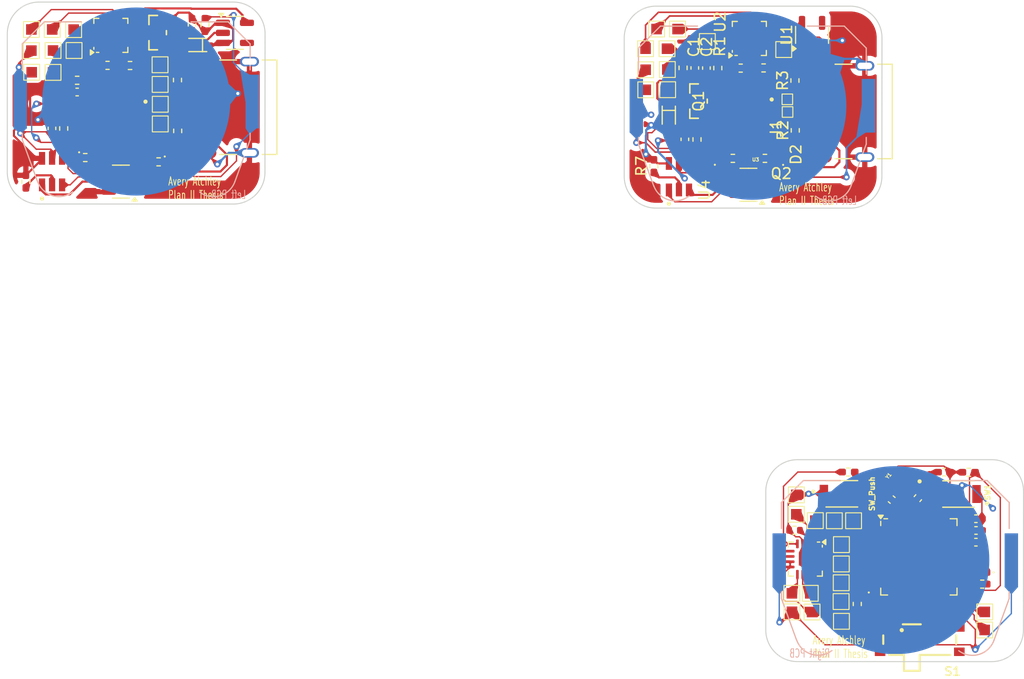
<source format=kicad_pcb>
(kicad_pcb (version 20240108) (generator "pcbnew") (generator_version "8.0")
  (layers (0 "F.Cu" signal) (31 "B.Cu" signal) (34 "B.Paste" user) (35 "F.Paste" user) (36 "B.SilkS" user "B.Silkscreen") (37 "F.SilkS" user "F.Silkscreen") (38 "B.Mask" user) (39 "F.Mask" user) (44 "Edge.Cuts" user))
  (net 0 "")
  (net 1 "B-")
  (net 2 "Net-(U2-GAIN_SLOT)")
  (net 3 "B+")
  (net 4 "VBUS")
  (net 5 "VDD_ESP")
  (net 6 "Net-(J1-CC1_B)")
  (net 7 "D-")
  (net 8 "D+")
  (net 11 "Net-(J1-CC1_A)")
  (net 12 "CLK1")
  (net 13 "SEL1")
  (net 14 "MIC_DATA1")
  (net 15 "Net-(Q1-D)")
  (net 16 "/G1")
  (net 17 "/G2")
  (net 18 "Net-(D2-K)")
  (net 19 "Net-(U3-~{CHRG})")
  (net 20 "Net-(U3-~{STDBY})")
  (net 21 "Net-(D1-K)")
  (net 22 "Net-(U3-PROG)")
  (net 23 "Net-(U4-CS)")
  (net 24 "SPK_P1")
  (net 25 "SPK_N1")
  (net 27 "SPK_DATA1")
  (net 33 "Net-(D3-A)")
  (net 34 "Net-(D4-A)")
  (net 35 "SEL2")
  (net 36 "MIC_DATA2")
  (net 37 "CLK2")
  (net 38 "/D1")
  (net 39 "Net-(U8-GPIO9)")
  (net 40 "Net-(U5-GAIN_SLOT)")
  (net 42 "SPK2_P")
  (net 43 "SPK2_N")
  (net 44 "RESET")
  (net 45 "SPK2_DATA")
  (net 46 "BOOT")
  (net 84 "Net-(U8-XTAL_P)")
  (net 85 "Net-(U8-XTAL_N)")
  (net 86 "Net-(D5-K)")
  (footprint "MountingHole:Mounting_Pad_Square" (layer "F.Cu") (at 53.16 26.59)
    (property "Reference" "TP29" (hide yes))
    (property "Value" "TestPoint" (hide yes))
  )
  (footprint "Package_DFN_QFN:TQFN-16-1EP_3x3mm_P0.5mm_EP1.23x1.23mm" (layer "F.Cu") (at 114.217401 69.64034 -90)
    (property "Reference" "U5" (hide yes))
    (property "Value" "MAX98357A" (hide yes))
  )
  (footprint "Resistor_SMD:R_0402_1005Metric_Pad0.72x0.64mm_HandSolder" (layer "F.Cu") (at 102.644901 23.14284 90)
    (property "Reference" "R8" (hide yes))
    (property "Value" "100k" (hide yes))
  )
  (footprint "Resistor_SMD:R_0402_1005Metric_Pad0.72x0.64mm_HandSolder" (layer "F.Cu") (at 113.264901 29.06034 90)
    (property "Reference" "R2")
    (property "Value" "5.1k" (hide yes))
  )
  (footprint "MountingHole:Mounting_Pad_Square" (layer "F.Cu") (at 131.194901 76.35034)
    (property "Reference" "TP22" (hide yes))
    (property "Value" "TestPoint" (hide yes))
  )
  (footprint "B3U-1000P:SW_B3U-1000P" (layer "F.Cu") (at 117.674901 63.46034)
    (property "Reference" "SW2" (hide yes))
    (property "Value" "SW_Push")
  )
  (footprint "MountingHole:Mounting_Pad_Square" (layer "F.Cu") (at 53.14 22.85)
    (property "Reference" "TP31" (hide yes))
    (property "Value" "TestPoint" (hide yes))
  )
  (footprint "MountingHole:Mounting_Pad_Square" (layer "F.Cu") (at 118.784901 66.01034)
    (property "Reference" "TP17" (hide yes))
    (property "Value" "TestPoint" (hide yes))
  )
  (footprint "LED_SMD:LED_0402_1005Metric" (layer "F.Cu") (at 53.585 30.445 90)
    (property "Reference" "D2" (hide yes))
    (property "Value" "RED_LED" (hide yes))
  )
  (footprint "MountingHole:Mounting_Pad_Square" (layer "F.Cu") (at 102.124901 19.47034)
    (property "Reference" "TP10" (hide yes))
    (property "Value" "TestPoint" (hide yes))
  )
  (footprint "MountingHole:Mounting_Pad_Square" (layer "F.Cu") (at 114.854901 74.65034)
    (property "Reference" "TP20" (hide yes))
    (property "Value" "TestPoint" (hide yes))
  )
  (footprint "B3U-1000P:SW_B3U-1000P" (layer "F.Cu") (at 128.722401 63.48034 180)
    (property "Reference" "SW1")
    (property "Value" "SW_Push" (hide yes))
  )
  (footprint "Resistor_SMD:R_0402_1005Metric_Pad0.72x0.64mm_HandSolder" (layer "F.Cu") (at 44.02 28.88 90)
    (property "Reference" "R9" (hide yes))
    (property "Value" "100" (hide yes))
  )
  (footprint "MountingHole:Mounting_Pad_Square" (layer "F.Cu") (at 115.164901 66.00034)
    (property "Reference" "TP15" (hide yes))
    (property "Value" "TestPoint" (hide yes))
  )
  (footprint "Resistor_SMD:R_0402_1005Metric" (layer "F.Cu") (at 48.17 22.91)
    (property "Reference" "R10" (hide yes))
    (property "Value" "100k" (hide yes))
  )
  (footprint "MountingHole:Mounting_Pad_Square" (layer "F.Cu") (at 99.094901 21.33034)
    (property "Reference" "TP1" (hide yes))
    (property "Value" "TestPoint" (hide yes))
  )
  (footprint "LED_SMD:LED_0402_1005Metric" (layer "F.Cu") (at 120.224901 73.89034 -90)
    (property "Reference" "D4" (hide yes))
    (property "Value" "GREEN_LED" (hide yes))
  )
  (footprint "TP4056 (1):SO08-PAD-300" (layer "F.Cu") (at 49.66 27.6338 180)
    (property "Reference" "U3" (hide yes))
    (property "Value" "TP4056")
  )
  (footprint "Resistor_SMD:R_0402_1005Metric_Pad0.72x0.64mm_HandSolder" (layer "F.Cu") (at 40.44 33.91 90)
    (property "Reference" "R7" (hide yes))
    (property "Value" "1k" (hide yes))
  )
  (footprint "MountingHole:Mounting_Pad_Square" (layer "F.Cu") (at 112.514901 26.12034 90)
    (property "Reference" "TP29" (hide yes))
    (property "Value" "TestPoint" (hide yes))
  )
  (footprint "Capacitor_SMD:C_0402_1005Metric_Pad0.74x0.62mm_HandSolder" (layer "F.Cu") (at 130.374901 66.93034)
    (property "Reference" "C4" (hide yes))
    (property "Value" "100nF" (hide yes))
  )
  (footprint "MountingHole:Mounting_Pad_Square" (layer "F.Cu") (at 113.364901 65.40034)
    (property "Reference" "TP18" (hide yes))
    (property "Value" "TestPoint" (hide yes))
  )
  (footprint "Capacitor_SMD:C_0402_1005Metric_Pad0.74x0.62mm_HandSolder" (layer "F.Cu") (at 102.814901 29.91034 90)
    (property "Reference" "C9" (hide yes))
    (property "Value" "100nF" (hide yes))
  )
  (footprint "1PS76SB10_135:SOD323_F_" (layer "F.Cu") (at 56.71 20.98)
    (property "Reference" "D5" (hide yes))
    (property "Value" "D_Schottky_Small_Filled" (hide yes))
  )
  (footprint "Capacitor_SMD:C_0402_1005Metric_Pad0.74x0.62mm_HandSolder" (layer "F.Cu") (at 56.17 19.0725 -90)
    (property "Reference" "C1" (hide yes))
    (property "Value" "4.7uF" (hide yes))
  )
  (footprint "MountingHole:Mounting_Pad_Square" (layer "F.Cu") (at 117.634901 75.53034)
    (property "Reference" "TP21" (hide yes))
    (property "Value" "TestPoint" (hide yes))
  )
  (footprint "Package_DFN_QFN:QFN-56-1EP_7x7mm_P0.4mm_EP4x4mm" (layer "F.Cu") (at 124.964901 69.43034)
    (property "Reference" "U8" (hide yes))
    (property "Value" "ESP32-S3" (hide yes))
  )
  (footprint "MountingHole:Mounting_Pad_Square" (layer "F.Cu") (at 99.114901 25.22034)
    (property "Reference" "TP14" (hide yes))
    (property "Value" "TestPoint" (hide yes))
  )
  (footprint "MountingHole:Mounting_Pad_Square" (layer "F.Cu") (at 101.124901 21.33034)
    (property "Reference" "TP11" (hide yes))
    (property "Value" "TestPoint" (hide yes))
  )
  (footprint "Resistor_SMD:R_0402_1005Metric_Pad0.72x0.64mm_HandSolder" (layer "F.Cu") (at 110.267401 23.15034 180)
    (property "Reference" "R6" (hide yes))
    (property "Value" "2k" (hide yes))
  )
  (footprint "1PS76SB10_135:SOD323_F_" (layer "F.Cu") (at 101.294901 27.62034 90)
    (property "Reference" "D5" (hide yes))
    (property "Value" "D_Schottky_Small_Filled" (hide yes))
  )
  (footprint "Capacitor_SMD:C_0402_1005Metric_Pad0.74x0.62mm_HandSolder" (layer "F.Cu") (at 42.91 28.87 90)
    (property "Reference" "C9" (hide yes))
    (property "Value" "100nF" (hide yes))
  )
  (footprint "Resistor_SMD:R_0402_1005Metric_Pad0.72x0.64mm_HandSolder" (layer "F.Cu") (at 103.964901 29.92284 90)
    (property "Reference" "R9" (hide yes))
    (property "Value" "100" (hide yes))
  )
  (footprint "LED_SMD:LED_0402_1005Metric" (layer "F.Cu") (at 45.48 30.045 90)
    (property "Reference" "D1" (hide yes))
    (property "Value" "GREEN_LED" (hide yes))
  )
  (footprint "Resistor_SMD:R_0402_1005Metric" (layer "F.Cu") (at 119.134901 73.89034 90)
    (property "Reference" "R12" (hide yes))
    (property "Value" "470" (hide yes))
  )
  (footprint "Capacitor_SMD:C_0402_1005Metric_Pad0.74x0.62mm_HandSolder" (layer "F.Cu") (at 127.342401 61.41034 180)
    (property "Reference" "C5" (hide yes))
    (property "Value" "1uF" (hide yes))
  )
  (footprint "MountingHole:Mounting_Pad_Square" (layer "F.Cu") (at 40.99 23.56)
    (property "Reference" "TP14" (hide yes))
    (property "Value" "TestPoint" (hide yes))
  )
  (footprint "Resistor_SMD:R_0402_1005Metric_Pad0.72x0.64mm_HandSolder" (layer "F.Cu") (at 45.2925 24.32)
    (property "Reference" "R1" (hide yes))
    (property "Value" "100k" (hide yes))
  )
  (footprint "MountingHole:Mounting_Pad_Square" (layer "F.Cu") (at 43.01 21.5)
    (property "Reference" "TP12" (hide yes))
    (property "Value" "TestPoint" (hide yes))
  )
  (footprint "Resistor_SMD:R_0402_1005Metric_Pad0.72x0.64mm_HandSolder" (layer "F.Cu") (at 57.39 19.0825 90)
    (property "Reference" "R8" (hide yes))
    (property "Value" "100k" (hide yes))
  )
  (footprint "Resistor_SMD:R_0402_1005Metric_Pad0.72x0.64mm_HandSolder" (layer "F.Cu") (at 99.884901 32.44284 90)
    (property "Reference" "R7")
    (property "Value" "1k" (hide yes))
  )
  (footprint "DW01A:SOT95P280X145-6N" (layer "F.Cu") (at 42.92 32.965 90)
    (property "Reference" "U4" (hide yes))
    (property "Value" "DW01A" (hide yes))
  )
  (footprint "MountingHole:Mounting_Pad_Square" (layer "F.Cu") (at 101.184901 25.21034)
    (property "Reference" "TP31" (hide yes))
    (property "Value" "TestPoint" (hide yes))
  )
  (footprint "MountingHole:Mounting_Pad_Square" (layer "F.Cu") (at 116.964901 66.01034)
    (property "Reference" "TP16" (hide yes))
    (property "Value" "TestPoint" (hide yes))
  )
  (footprint "Resistor_SMD:R_0402_1005Metric_Pad0.72x0.64mm_HandSolder" (layer "F.Cu") (at 54.81 29.11 90)
    (property "Reference" "R2" (hide yes))
    (property "Value" "5.1k" (hide yes))
  )
  (footprint "MountingHole:Mounting_Pad_Square" (layer "F.Cu") (at 40.96 19.51)
    (property "Reference" "TP1" (hide yes))
    (property "Value" "TestPoint" (hide yes))
  )
  (footprint "MountingHole:Mounting_Pad_Square" (layer "F.Cu") (at 53.16 28.45)
    (property "Reference" "TP28" (hide yes))
    (property "Value" "TestPoint" (hide yes))
  )
  (footprint "12402012E212A:AMPHENOL_12402012E212A" (layer "F.Cu") (at 61.6 26.87 90)
    (property "Reference" "J1" (hide yes))
    (property "Value" "12402012E212A" (hide yes))
  )
  (footprint "Resistor_SMD:R_0402_1005Metric_Pad0.72x0.64mm_HandSolder" (layer "F.Cu") (at 107.357401 31.71034)
    (property "Reference" "R5" (hide yes))
    (property "Value" "1k" (hide yes))
  )
  (footprint "MountingHole:Mounting_Pad_Square" (layer "F.Cu") (at 131.204901 74.64034)
    (property "Reference" "TP23" (hide yes))
    (property "Value" "TestPoint" (hide yes))
  )
  (footprint "Capacitor_SMD:C_0402_1005Metric_Pad0.74x0.62mm_HandSolder" (layer "F.Cu") (at 130.364901 65.82034)
    (property "Reference" "C3" (hide yes))
    (property "Value" "4.7uF" (hide yes))
  )
  (footprint "TP4056 (1):SO08-PAD-300" (layer "F.Cu") (at 108.929901 27.42654 180)
    (property "Reference" "U3")
    (property "Value" "TP4056")
  )
  (footprint "footprints:DMP3099L-7" (layer "F.Cu") (at 104.109401 26.290341 90)
    (property "Reference" "Q1")
    (property "Value" "PMOS" (hide yes))
  )
  (footprint "DW01A:SOT95P280X145-6N" (layer "F.Cu") (at 102.254901 33.44534 90)
    (property "Reference" "U4")
    (property "Value" "DW01A" (hide yes))
  )
  (footprint "12402012E212A:AMPHENOL_12402012E212A" (layer "F.Cu") (at 119.844901 27.27034 90)
    (property "Reference" "J1")
    (property "Value" "12402012E212A" (hide yes))
  )
  (footprint "Capacitor_SMD:C_0402_1005Metric_Pad0.74x0.62mm_HandSolder" (layer "F.Cu") (at 122.394901 64.01034 -40)
    (property "Reference" "C6" (hide yes))
    (property "Value" "10pF" (hide yes))
  )
  (footprint "MountingHole:Mounting_Pad_Square" (layer "F.Cu") (at 40.96 21.51)
    (property "Reference" "TP27" (hide yes))
    (property "Value" "TestPoint" (hide yes))
  )
  (footprint "MountingHole:Mounting_Pad_Square" (layer "F.Cu") (at 43.01 23.57)
    (property "Reference" "TP25" (hide yes))
    (property "Value" "TestPoint" (hide yes))
  )
  (footprint "Resistor_SMD:R_0402_1005Metric" (layer "F.Cu") (at 113.194901 66.91034 180)
    (property "Reference" "R13" (hide yes))
    (property "Value" "100k" (hide yes))
  )
  (footprint "Resistor_SMD:R_0402_1005Metric" (layer "F.Cu") (at 130.964901 72.01034)
    (property "Reference" "R11" (hide yes))
    (property "Value" "470" (hide yes))
  )
  (footprint "footprints:DMP3099L-7_Correct" (layer "F.Cu") (at 52.9155 19.81 90)
    (property "Reference" "Q1" (hide yes))
    (property "Value" "PMOS" (hide yes))
  )
  (footprint "MountingHole:Mounting_Pad_Square" (layer "F.Cu") (at 117.634901 68.27034)
    (property "Reference" "TP9" (hide yes))
    (property "Value" "TestPoint" (hide yes))
  )
  (footprint "MountingHole:Mounting_Pad_Square" (layer "F.Cu") (at 53.15 24.71)
    (property "Reference" "TP30" (hide yes))
    (property "Value" "TestPoint" (hide yes))
  )
  (footprint "MountingHole:Mounting_Pad_Square" (layer "F.Cu") (at 112.954901 74.63034)
    (property "Reference" "TP24" (hide yes))
    (property "Value" "TestPoint" (hide yes))
  )
  (footprint "Resistor_SMD:R_0402_1005Metric_Pad0.72x0.64mm_HandSolder" (layer "F.Cu") (at 129.687401 61.42034 180)
    (property "Reference" "R14" (hide yes))
    (property "Value" "10k" (hide yes))
  )
  (footprint "Package_TO_SOT_SMD:SOT-23-6" (layer "F.Cu") (at 49.4325 33.91 180)
    (property "Reference" "Q2" (hide yes))
    (property "Value" "FS8205A" (hide yes))
  )
  (footprint "MountingHole:Mounting_Pad_Square" (layer "F.Cu") (at 112.534901 27.32034 90)
    (property "Reference" "TP28" (hide yes))
    (property "Value" "TestPoint" (hide yes))
  )
  (footprint "XRCGB40M000F1S1BR0:OSC_XRCGB40M000F1S1BR0" (layer "F.Cu") (at 123.400355 62.673164 -130.08)
    (property "Reference" "Y1")
    (property "Value" "XRCGB40M000F1S1BR0" (hide yes))
  )
  (footprint "Package_TO_SOT_SMD:SOT-23-6" (layer "F.Cu") (at 108.832401 34.21034 180)
    (property "Reference" "Q2")
    (property "Value" "FS8205A" (hide yes))
  )
  (footprint "Resistor_SMD:R_0402_1005Metric_Pad0.72x0.64mm_HandSolder" (layer "F.Cu") (at 46.06 31.6325)
    (property "Reference" "R5" (hide yes))
    (property "Value" "1k" (hide yes))
  )
  (footprint "MountingHole:Mounting_Pad_Square" (layer "F.Cu") (at 100.134901 19.47034)
    (property "Reference" "TP2" (hide yes))
    (property "Value" "TestPoint" (hide yes))
  )
  (footprint "Package_DFN_QFN:TQFN-16-1EP_3x3mm_P0.5mm_EP1.23x1.23mm" (layer "F.Cu") (at 108.917401 20.36034 90)
    (property "Reference" "U2")
    (property "Value" "MAX98357A" (hide yes))
  )
  (footprint "Package_DFN_QFN:TQFN-16-1EP_3x3mm_P0.5mm_EP1.23x1.23mm" (layer "F.Cu") (at 48.4825 20.07 90)
    (property "Reference" "U2" (hide yes))
    (property "Value" "MAX98357A" (hide yes))
  )
  (footprint "Resistor_SMD:R_0402_1005Metric" (layer "F.Cu") (at 108.099901 23.16654 180)
    (property "Reference" "R10" (hide yes))
    (property "Value" "100k" (hide yes))
  )
  (footprint "Package_TO_SOT_SMD:SOT-23-5" (layer "F.Cu") (at 114.854901 20.02284 90)
    (property "Reference" "U1")
    (property "Value" "AP2112K-3.3" (hide yes))
  )
  (footprint "MountingHole:Mounting_Pad_Square" (layer "F.Cu") (at 45 21.5)
    (property "Reference" "TP11" (hide yes))
    (property "Value" "TestPoint" (hide yes))
  )
  (footprint "Capacitor_SMD:C_0402_1005Metric_Pad0.74x0.62mm_HandSolder" (layer "F.Cu") (at 130.364901 68.04034)
    (property "Reference" "C8" (hide yes))
    (property "Value" "1uF" (hide yes))
  )
  (footprint "Resistor_SMD:R_0402_1005Metric_Pad0.72x0.64mm_HandSolder" (layer "F.Cu") (at 113.234901 24.34034 90)
    (property "Reference" "R3")
    (property "Value" "5.1k" (hide yes))
  )
  (footprint "MountingHole:Mounting_Pad_Square" (layer "F.Cu") (at 117.624901 70.10034)
    (property "Reference" "TP8" (hide yes))
    (property "Value" "TestPoint" (hide yes))
  )
  (footprint "450404015514:450404015514" (layer "F.Cu") (at 125.044901 77.26534 180)
    (property "Reference" "S1")
    (property "Value" "450404015514" (hide yes))
  )
  (footprint "Capacitor_SMD:C_0402_1005Metric_Pad0.74x0.62mm_HandSolder" (layer "F.Cu") (at 45.2925 25.43)
    (property "Reference" "C2" (hide yes))
    (property "Value" "10uF" (hide yes))
  )
  (footprint "Resistor_SMD:R_0402_1005Metric_Pad0.72x0.64mm_HandSolder" (layer "F.Cu") (at 53.0025 32.04 180)
    (property "Reference" "R4" (hide yes))
    (property "Value" "1k" (hide yes))
  )
  (footprint "MountingHole:Mounting_Pad_Square" (layer "F.Cu") (at 112.944901 72.88034)
    (property "Reference" "TP3" (hide yes))
    (property "Value" "TestPoint" (hide yes))
  )
  (footprint "Package_TO_SOT_SMD:SOT-23-5" (layer "F.Cu") (at 60.2275 19.83)
    (property "Reference" "U1" (hide yes))
    (property "Value" "AP2112K-3.3" (hide yes))
  )
  (footprint "Capacitor_SMD:C_0402_1005Metric_Pad0.74x0.62mm_HandSolder" (layer "F.Cu") (at 103.754901 23.15284 90)
    (property "Reference" "C1")
    (property "Value" "4.7uF" (hide yes))
  )
  (footprint "MountingHole:Mounting_Pad_Square" (layer "F.Cu") (at 112.174901 21.41034)
    (property "Reference" "TP30" (hide yes))
    (property "Value" "TestPoint" (hide yes))
  )
  (footprint "MountingHole:Mounting_Pad_Square" (layer "F.Cu") (at 117.604901 73.66034)
    (property "Reference" "TP13" (hide yes))
    (property "Value" "TestPoint" (hide yes))
  )
  (footprint "Resistor_SMD:R_0402_1005Metric_Pad0.72x0.64mm_HandSolder" (layer "F.Cu") (at 118.297401 61.40034)
    (property "Reference" "R15" (hide yes))
    (property "Value" "10k" (hide yes))
  )
  (footprint "Capacitor_SMD:C_0402_1005Metric_Pad0.74x0.62mm_HandSolder" (layer "F.Cu") (at 104.854901 23.16034 90)
    (property "Reference" "C2")
    (property "Value" "10uF" (hide yes))
  )
  (footprint "Resistor_SMD:R_0402_1005Metric_Pad0.72x0.64mm_HandSolder" (layer "F.Cu") (at 54.79 24.2975 90)
    (property "Reference" "R3" (hide yes))
    (property "Value" "5.1k" (hide yes))
  )
  (footprint "MountingHole:Mounting_Pad_Square" (layer "F.Cu") (at 44.96 19.52)
    (property "Reference" "TP10" (hide yes))
    (property "Value" "TestPoint" (hide yes))
  )
  (footprint "LED_SMD:LED_0402_1005Metric" (layer "F.Cu") (at 130.949901 70.90034 180)
    (property "Reference" "D3" (hide yes))
    (property "Value" "RED_LED" (hide yes))
  )
  (footprint "Resistor_SMD:R_0402_1005Metric_Pad0.72x0.64mm_HandSolder" (layer "F.Cu") (at 105.934901 23.16034 90)
    (property "Reference" "R1")
    (property "Value" "100k" (hide yes))
  )
  (footprint "MountingHole:Mounting_Pad_Square" (layer "F.Cu") (at 114.684901 72.88034)
    (property "Reference" "TP4" (hide yes))
    (property "Value" "TestPoint" (hide yes))
  )
  (footprint "MountingHole:Mounting_Pad_Square" (layer "F.Cu") (at 104.944901 20.65034)
    (property "Reference" "TP25" (hide yes))
    (property "Value" "TestPoint" (hide yes))
  )
  (footprint "Resistor_SMD:R_0402_1005Metric_Pad0.72x0.64mm_HandSolder" (layer "F.Cu") (at 110.394901 31.71034 180)
    (property "Reference" "R4" (hide yes))
    (property "Value" "1k" (hide yes))
  )
  (footprint "MountingHole:Mounting_Pad_Square" (layer "F.Cu") (at 42.93 19.51)
    (property "Reference" "TP2" (hide yes))
    (property "Value" "TestPoint" (hide yes))
  )
  (footprint "MountingHole:Mounting_Pad_Square" (layer "F.Cu") (at 117.614901 71.88034)
    (property "Reference" "TP7" (hide yes))
    (property "Value" "TestPoint" (hide yes))
  )
  (footprint "LED_SMD:LED_0402_1005Metric" (layer "F.Cu") (at 105.654901 31.22534 90)
    (property "Reference" "D1" (hide yes))
    (property "Value" "GREEN_LED" (hide yes))
  )
  (footprint "Capacitor_SMD:C_0402_1005Metric_Pad0.74x0.62mm_HandSolder" (layer "F.Cu") (at 124.868411 63.873083 -131.16)
    (property "Reference" "C7" (hide yes))
    (property "Value" "10pF" (hide yes))
  )
  (footprint "MountingHole:Mounting_Pad_Square" (layer "F.Cu") (at 99.104901 23.32034)
    (property "Reference" "TP27" (hide yes))
    (property "Value" "TestPoint" (hide yes))
  )
  (footprint "LED_SMD:LED_0402_1005Metric" (layer "F.Cu") (at 112.114901 31.23534 90)
    (property "Reference" "D2")
    (property "Value" "RED_LED" (hide yes))
  )
  (footprint "MountingHole:Mounting_Pad_Square" (layer "F.Cu") (at 101.154901 23.30034)
    (property "Reference" "TP12" (hide yes))
    (property "Value" "TestPoint" (hide yes))
  )
  (footprint "Resistor_SMD:R_0402_1005Metric_Pad0.72x0.64mm_HandSolder" (layer "F.Cu") (at 50.3 22.92)
    (property "Reference" "R6" (hide yes))
    (property "Value" "2k" (hide yes))
  )
  (footprint "MountingHole:Mounting_Pad_Square" (layer "F.Cu") (at 113.364901 63.56034)
    (property "Reference" "TP6" (hide yes))
    (property "Value" "TestPoint" (hide yes))
  )
  (footprint "Battery:BatteryHolder_Keystone_3034_1x20mm_CustomCourtyard" (layer "B.Cu") (at 50.885 26.33 180)
    (property "Reference" "BT2" (hide yes))
    (property "Value" "Battery_Cell" (hide yes))
  )
  (footprint "Battery:BatteryHolder_Keystone_3034_1x20mm_CustomCourtyard" (layer "B.Cu") (at 109.204901 26.73034 180)
    (property "Reference" "BT2" (hide yes))
    (property "Value" "Battery_Cell" (hide yes))
  )
  (footprint "Battery:BatteryHolder_Keystone_3034_1x20mm_CustomCourtyard" (layer "B.Cu") (at 122.734901 69.74397 180)
    (property "Reference" "BT1" (hide yes))
    (property "Value" "Battery_Cell" (hide yes))
  )
  (gr_poly (pts (arc (start 41.673927 36.02893) (mid 39.557318 35.152201) (end 38.680589 33.035592)) (arc (start 38.681909 19.916912) (mid 39.560589 17.795592) (end 41.681909 16.916912)) (arc (start 60.079269 16.916912) (mid 62.200589 17.795592) (end 63.079269 19.916912)) (arc (start 63.069269 33.034272) (mid 62.190589 35.155592) (end 60.069269 36.034272))) (stroke (width 0.1)) (fill none) (layer "Edge.Cuts"))
  (gr_poly (pts (arc (start 113.466919 79.342358) (mid 111.35031 78.465629) (end 110.473581 76.34902)) (arc (start 110.474901 63.23034) (mid 111.353581 61.10902) (end 113.474901 60.23034)) (arc (start 131.872261 60.23034) (mid 133.993581 61.10902) (end 134.872261 63.23034)) (arc (start 134.862261 76.3477) (mid 133.983581 78.46902) (end 131.862261 79.3477))) (stroke (width 0.1)) (fill none) (layer "Edge.Cuts"))
  (gr_poly (pts (arc (start 100.068867 36.416223) (mid 97.952258 35.539494) (end 97.075529 33.422885)) (arc (start 97.076849 20.304205) (mid 97.955529 18.182885) (end 100.076849 17.304205)) (arc (start 118.474209 17.304205) (mid 120.595529 18.182885) (end 121.474209 20.304205)) (arc (start 121.464209 33.421565) (mid 120.585529 35.542885) (end 118.464209 36.421565))) (stroke (width 0.1)) (fill none) (layer "Edge.Cuts"))
  (gr_text "Right PCB\n" (at 116.58447 79.030249 0) (layer "B.SilkS") (effects (font (size 0.8 0.5) (thickness 0.08)) (justify left bottom mirror)))
  (gr_text "Left PCB\n" (at 61.32 35.62 0) (layer "B.SilkS") (effects (font (size 0.8 0.5) (thickness 0.08)) (justify left bottom mirror)))
  (gr_text "Left PCB\n" (at 119.144901 36.17034 0) (layer "B.SilkS") (effects (font (size 0.8 0.5) (thickness 0.08)) (justify left bottom mirror)))
  (gr_text "Avery Atchley\nPlan II Thesis" (at 53.87 35.64 0) (layer "F.SilkS") (effects (font (size 0.8 0.5) (thickness 0.08)) (justify left bottom)))
  (gr_text "Avery Atchley\nPlan II Thesis" (at 114.86447 79.070249 0) (layer "F.SilkS") (effects (font (size 0.8 0.5) (thickness 0.08)) (justify left bottom)))
  (gr_text "Avery Atchley\nPlan II Thesis" (at 111.694901 36.19034 0) (layer "F.SilkS") (effects (font (size 0.8 0.5) (thickness 0.08)) (justify left bottom)))
  (segment (start 49.025 26.9988) (end 49.66 27.6338) (width 0.2) (layer "F.Cu") (net 1))
  (segment (start 108.294901 24.81034) (end 108.294901 26.79154) (width 0.2) (layer "F.Cu") (net 1))
  (segment (start 57.26 22.39) (end 57.42 22.55) (width 0.2) (layer "F.Cu") (net 1))
  (segment (start 53.95 25.51) (end 52.0574 25.51) (width 0.2) (layer "F.Cu") (net 1))
  (segment (start 57.42 22.55) (end 61.6 22.55) (width 0.2) (layer "F.Cu") (net 1))
  (segment (start 115.664901 31.04034) (end 115.094901 30.47034) (width 0.15) (layer "F.Cu") (net 1))
  (segment (start 99.124901 31.32034) (end 99.359901 31.32034) (width 0.2) (layer "F.Cu") (net 1))
  (segment (start 54.11 25.35) (end 53.95 25.51) (width 0.2) (layer "F.Cu") (net 1))
  (segment (start 48.7325 20.32) (end 48.4825 20.07) (width 0.2) (layer "F.Cu") (net 1))
  (segment (start 103.947401 29.34284) (end 103.964901 29.32534) (width 0.2) (layer "F.Cu") (net 1))
  (segment (start 109.652205 34.21034) (end 109.969901 34.21034) (width 0.15) (layer "F.Cu") (net 1))
  (segment (start 57.42 22.55) (end 60.44 25.57) (width 0.2) (layer "F.Cu") (net 1))
  (segment (start 111.457401 23.74284) (end 110.864901 23.15034) (width 0.2) (layer "F.Cu") (net 1))
  (segment (start 108.929901 27.42654) (end 111.033601 27.42654) (width 0.2) (layer "F.Cu") (net 1))
  (segment (start 114.524901 63.46034) (end 114.424901 63.46034) (width 0.127) (layer "F.Cu") (net 1))
  (segment (start 57.42 31.19) (end 57.48 31.19) (width 0.2) (layer "F.Cu") (net 1))
  (segment (start 58.28 19.83) (end 57.68 20.43) (width 0.2) (layer "F.Cu") (net 1))
  (segment (start 124.964901 69.435598) (end 124.964901 69.43034) (width 0.127) (layer "F.Cu") (net 1))
  (segment (start 59.09 19.83) (end 58.28 19.83) (width 0.2) (layer "F.Cu") (net 1))
  (segment (start 107.013015 20.65034) (end 104.944901 20.65034) (width 0.2) (layer "F.Cu") (net 1))
  (segment (start 125.934901 61.41034) (end 126.774901 61.41034) (width 0.2) (layer "F.Cu") (net 1))
  (segment (start 48.2325 20.32) (end 48.4825 20.07) (width 0.2) (layer "F.Cu") (net 1))
  (segment (start 40.84 25.74) (end 40.84 27.31) (width 0.2) (layer "F.Cu") (net 1))
  (segment (start 122.829631 64.375122) (end 122.819121 64.364612) (width 0.127) (layer "F.Cu") (net 1))
  (segment (start 115.094901 30.47034) (end 114.077401 30.47034) (width 0.15) (layer "F.Cu") (net 1))
  (segment (start 40.34 28.05) (end 41.58 28.05) (width 0.2) (layer "F.Cu") (net 1))
  (segment (start 109.167401 22.224726) (end 109.167401 21.79784) (width 0.2) (layer "F.Cu") (net 1))
  (segment (start 109.473015 22.53034) (end 109.167401 22.224726) (width 0.2) (layer "F.Cu") (net 1))
  (segment (start 129.044901 63.23484) (end 129.044901 62.66034) (width 0.127) (layer "F.Cu") (net 1))
  (segment (start 57.31 20.43) (end 57.26 20.48) (width 0.2) (layer "F.Cu") (net 1))
  (segment (start 110.834901 24.81034) (end 110.834901 25.52154) (width 0.2) (layer "F.Cu") (net 1))
  (segment (start 54.3525 29.25) (end 52.365 29.25) (width 0.2) (layer "F.Cu") (net 1))
  (segment (start 51.565 25.7288) (end 49.66 27.6338) (width 0.2) (layer "F.Cu") (net 1))
  (segment (start 114.324901 63.56034) (end 113.364901 63.56034) (width 0.127) (layer "F.Cu") (net 1))
  (segment (start 54.79 23.7) (end 54.11 24.38) (width 0.2) (layer "F.Cu") (net 1))
  (segment (start 113.234901 23.74284) (end 111.457401 23.74284) (width 0.2) (layer "F.Cu") (net 1))
  (segment (start 109.167401 20.61034) (end 108.917401 20.36034) (width 0.2) (layer "F.Cu") (net 1))
  (segment (start 123.337733 62.788824) (end 123.337733 62.682748) (width 0.127) (layer "F.Cu") (net 1))
  (segment (start 130.422401 63.48034) (end 130.604901 63.48034) (width 0.127) (layer "F.Cu") (net 1))
  (segment (start 56.82 23.7) (end 56.85 23.67) (width 0.2) (layer "F.Cu") (net 1))
  (segment (start 127.928401 66.46684) (end 128.901401 66.46684) (width 0.127) (layer "F.Cu") (net 1))
  (segment (start 56.96 20.43) (end 56.17 19.64) (width 0.2) (layer "F.Cu") (net 1))
  (segment (start 131.434901 70.90034) (end 131.434901 68.54284) (width 0.127) (layer "F.Cu") (net 1))
  (segment (start 49.7025 22.92) (end 48.69 22.92) (width 0.2) (layer "F.Cu") (net 1))
  (segment (start 46.68 23.53) (end 48.06 23.53) (width 0.2) (layer "F.Cu") (net 1))
  (segment (start 108.294901 26.79154) (end 108.929901 27.42654) (width 0.2) (layer "F.Cu") (net 1))
  (segment (start 128.901401 66.46684) (end 129.166401 66.73184) (width 0.127) (layer "F.Cu") (net 1))
  (segment (start 115.974901 63.46034) (end 114.524901 63.46034) (width 0.127) (layer "F.Cu") (net 1))
  (segment (start 112.684901 66.91034) (end 113.301401 67.52684) (width 0.127) (layer "F.Cu") (net 1))
  (segment (start 112.684901 66.91034) (end 112.601401 66.82684) (width 0.127) (layer "F.Cu") (net 1))
  (segment (start 114.854901 21.16034) (end 114.854901 22.14034) (width 0.15) (layer "F.Cu") (net 1))
  (segment (start 114.854901 22.14034) (end 115.664901 22.95034) (width 0.15) (layer "F.Cu") (net 1))
  (segment (start 56.85 23.12) (end 57.42 22.55) (width 0.2) (layer "F.Cu") (net 1))
  (segment (start 130.604901 63.48034) (end 131.974901 64.85034) (width 0.127) (layer "F.Cu") (net 1))
  (segment (start 41.8325 28.3025) (end 41.58 28.05) (width 0.2) (layer "F.Cu") (net 1))
  (segment (start 115.664901 22.95034) (end 115.664901 23.50034) (width 0.15) (layer "F.Cu") (net 1))
  (segment (start 110.834901 24.36534) (end 110.834901 24.81034) (width 0.2) (layer "F.Cu") (net 1))
  (segment (start 120.094901 22.91034) (end 119.354901 22.91034) (width 0.2) (layer "F.Cu") (net 1))
  (segment (start 119.844901 22.67034) (end 117.724901 20.55034) (width 0.15) (layer "F.Cu") (net 1))
  (segment (start 103.964901 29.32534) (end 102.832401 29.32534) (width 0.2) (layer "F.Cu") (net 1))
  (segment (start 119.844901 22.95034) (end 119.844901 22.67034) (width 0.15) (layer "F.Cu") (net 1))
  (segment (start 48.245 34.78) (end 49.216948 34.78) (width 0.2) (layer "F.Cu") (net 1))
  (segment (start 50.57 33.91) (end 50.57 32.96) (width 0.2) (layer "F.Cu") (net 1))
  (segment (start 107.029901 27.42654) (end 108.929901 27.42654) (width 0.2) (layer "F.Cu") (net 1))
  (segment (start 119.844901 33.25034) (end 119.844901 31.59034) (width 0.2) (layer "F.Cu") (net 1))
  (segment (start 56.85 23.67) (end 56.85 23.12) (width 0.2) (layer "F.Cu") (net 1))
  (segment (start 49.025 25.0176) (end 49.025 23.5975) (width 0.2) (layer "F.Cu") (net 1))
  (segment (start 52.0574 25.51) (end 51.565 25.0176) (width 0.2) (layer "F.Cu") (net 1))
  (segment (start 108.917401 20.36034) (end 108.667401 20.11034) (width 0.2) (layer "F.Cu") (net 1))
  (segment (start 124.671718 64.983523) (end 125.241921 64.41332) (width 0.127) (layer "F.Cu") (net 1))
  (segment (start 40.44 33.3125) (end 41.97 31.7825) (width 0.2) (layer "F.Cu") (net 1))
  (segment (start 54.11 24.38) (end 54.11 25.35) (width 0.2) (layer "F.Cu") (net 1))
  (segment (start 113.967401 67.827574) (end 113.967401 68.20284) (width 0.127) (layer "F.Cu") (net 1))
  (segment (start 108.294901 23.87154) (end 108.294901 24.81034) (width 0.2) (layer "F.Cu") (net 1))
  (segment (start 130.932401 63.99034) (end 130.422401 63.48034) (width 0.127) (layer "F.Cu") (net 1))
  (segment (start 41.270934 31.505934) (end 41.237405 31.505934) (width 0.2) (layer "F.Cu") (net 1))
  (segment (start 126.389935 64.59384) (end 127.685901 64.59384) (width 0.127) (layer "F.Cu") (net 1))
  (segment (start 109.621849 33.10034) (end 109.974901 33.10034) (width 0.2) (layer "F.Cu") (net 1))
  (segment (start 107.008701 22.58534) (end 103.754901 22.58534) (width 0.2) (layer "F.Cu") (net 1))
  (segment (start 124.959643 69.43034) (end 124.964901 69.43034) (width 0.127) (layer "F.Cu") (net 1))
  (segment (start 107.589901 23.16654) (end 107.008701 22.58534) (width 0.2) (layer "F.Cu") (net 1))
  (segment (start 123.964901 65.98034) (end 123.964901 65.44034) (width 0.127) (layer "F.Cu") (net 1))
  (segment (start 48.7325 22.8575) (end 48.68 22.91) (width 0.2) (layer "F.Cu") (net 1))
  (segment (start 42.91 28.3025) (end 41.8325 28.3025) (width 0.2) (layer "F.Cu") (net 1))
  (segment (start 49.025 25.0176) (end 49.025 26.9988) (width 0.2) (layer "F.Cu") (net 1))
  (segment (start 130.932401 65.82034) (end 130.932401 68.04034) (width 0.127) (layer "F.Cu") (net 1))
  (segment (start 40.84 27.31) (end 41.58 28.05) (width 0.2) (layer "F.Cu") (net 1))
  (segment (start 108.702205 35.16034) (end 109.652205 34.21034) (width 0.15) (layer "F.Cu") (net 1))
  (segment (start 57.31 20.43) (end 56.96 20.43) (width 0.2) (layer "F.Cu") (net 1))
  (segment (start 131.434901 68.54284) (end 130.932401 68.04034) (width 0.127) (layer "F.Cu") (net 1))
  (segment (start 110.244901 22.53034) (end 109.473015 22.53034) (width 0.2) (layer "F.Cu") (net 1))
  (segment (start 114.424901 63.46034) (end 114.324901 63.56034) (width 0.127) (layer "F.Cu") (net 1))
  (segment (start 112.444901 34.51034) (end 118.584901 34.51034) (width 0.2) (layer "F.Cu") (net 1))
  (segment (start 125.241921 64.41332) (end 125.241921 63.445826) (width 0.127) (layer "F.Cu") (net 1))
  (segment (start 57.42 31.19) (end 57.42 30.64) (width 0.2) (layer "F.Cu") (net 1))
  (segment (start 124.421718 64.983523) (end 124.671718 64.983523) (width 0.127) (layer "F.Cu") (net 1))
  (segment (start 112.144901 34.21034) (end 109.969901 34.21034) (width 0.2) (layer "F.Cu") (net 1))
  (segment (start 108.667401 20.11034) (end 108.667401 18.92284) (width 0.2) (layer "F.Cu") (net 1))
  (segment (start 114.467401 69.39034) (end 115.654901 69.39034) (width 0.127) (layer "F.Cu") (net 1))
  (segment (start 45.89 24.32) (end 46.68 23.53) (width 0.2) (layer "F.Cu") (net 1))
  (segment (start 100.229901 32.19034) (end 99.884901 31.84534) (width 0.2) (layer "F.Cu") (net 1))
  (segment (start 57.48 31.19) (end 58.56 32.27) (width 0.2) (layer "F.Cu") (net 1))
  (segment (start 114.077401 30.47034) (end 113.264901 29.65784) (width 0.15) (layer "F.Cu") (net 1))
  (segment (start 57.26 20.48) (end 57.26 22.39) (width 0.2) (layer "F.Cu") (net 1))
  (segment (start 129.166401 66.73184) (end 129.166401 68.372984) (width 0.127) (layer "F.Cu") (net 1))
  (segment (start 39.31 29.578529) (end 39.31 29.08) (width 0.2) (layer "F.Cu") (net 1))
  (segment (start 114.467401 69.89034) (end 114.217401 69.64034) (width 0.127) (layer "F.Cu") (net 1))
  (segment (start 61.6 22.55) (end 61.6 31.19) (width 0.2) (layer "F.Cu") (net 1))
  (segment (start 109.167401 21.79784) (end 109.167401 20.61034) (width 0.2) (layer "F.Cu") (net 1))
  (segment (start 118.584901 34.51034) (end 119.844901 33.25034) (width 0.2) (layer "F.Cu") (net 1))
  (segment (start 113.234901 23.74284) (end 113.562401 24.07034) (width 0.2) (layer "F.Cu") (net 1))
  (segment (start 107.479901 20.61034) (end 108.667401 20.61034) (width 0.2) (layer "F.Cu") (net 1))
  (segment (start 48.69 22.92) (end 48.68 22.91) (width 0.2) (layer "F.Cu") (net 1))
  (segment (start 120.224901 73.40534) (end 120.984643 73.40534) (width 0.127) (layer "F.Cu") (net 1))
  (segment (start 124.610141 61.41034) (end 126.774901 61.41034) (width 0.127) (layer "F.Cu") (net 1))
  (segment (start 127.685901 64.59384) (end 129.044901 63.23484) (width 0.127) (layer "F.Cu") (net 1))
  (segment (start 112.444901 34.51034) (end 112.144901 34.21034) (width 0.2) (layer "F.Cu") (net 1))
  (segment (start 50.7488 27.6338) (end 49.66 27.6338) (width 0.2) (layer "F.Cu") (net 1))
  (segment (start 115.664901 23.50034) (end 115.094901 24.07034) (width 0.15) (layer "F.Cu") (net 1))
  (segment (start 41.97 31.71) (end 41.475 31.71) (width 0.2) (layer "F.Cu") (net 1))
  (segment (start 52.365 29.25) (end 50.7488 27.6338) (width 0.2) (layer "F.Cu") (net 1))
  (segment (start 125.241921 63.445826) (end 126.389935 64.59384) (width 0.127) (layer "F.Cu") (net 1))
  (segment (start 107.589901 23.16654) (end 108.294901 23.87154) (width 0.2) (layer "F.Cu") (net 1))
  (segment (start 99.359901 31.32034) (end 99.884901 31.84534) (width 0.2) (layer "F.Cu") (net 1))
  (segment (start 130.358901 68.61384) (end 130.932401 68.04034) (width 0.127) (layer "F.Cu") (net 1))
  (segment (start 107.694901 35.16034) (end 108.702205 35.16034) (width 0.15) (layer "F.Cu") (net 1))
  (segment (start 110.834901 24.81034) (end 110.834901 23.18034) (width 0.2) (layer "F.Cu") (net 1))
  (segment (start 109.969901 34.21034) (end 109.969901 33.26034) (width 0.15) (layer "F.Cu") (net 1))
  (segment (start 60.44 25.57) (end 60.5 25.57) (width 0.2) (layer "F.Cu") (net 1))
  (segment (start 41.237405 31.505934) (end 39.31 29.578529) (width 0.2) (layer "F.Cu") (net 1))
  (segment (start 48.06 23.53) (end 48.68 22.91) (width 0.2) (layer "F.Cu") (net 1))
  (segment (start 107.053015 20.61034) (end 107.013015 20.65034) (width 0.2) (layer "F.Cu") (net 1))
  (segment (start 39.31 29.08) (end 40.34 28.05) (width 0.2) (layer "F.Cu") (net 1))
  (segment (start 45.86 25.43) (end 45.86 24.35) (width 0.2) (layer "F.Cu") (net 1))
  (segment (start 105.131101 29.32534) (end 107.029901 27.42654) (width 0.2) (layer "F.Cu") (net 1))
  (segment (start 122.819121 63.307436) (end 123.337733 62.788824) (width 0.127) (layer "F.Cu") (net 1))
  (segment (start 125.241921 62.10332) (end 125.934901 61.41034) (width 0.2) (layer "F.Cu") (net 1))
  (segment (start 41.97 31.7825) (end 41.97 31.71) (width 0.2) (layer "F.Cu") (net 1))
  (segment (start 130.932401 65.82034) (end 130.932401 63.99034) (width 0.127) (layer "F.Cu") (net 1))
  (segment (start 61.6 31.84) (end 61.6 31.19) (width 0.2) (layer "F.Cu") (net 1))
  (segment (start 113.967401 68.20284) (end 113.967401 69.39034) (width 0.127) (layer "F.Cu") (net 1))
  (segment (start 110.864901 23.15034) (end 110.244901 22.53034) (width 0.2) (layer "F.Cu") (net 1))
  (segment (start 57.42 30.64) (end 56.85 30.07) (width 0.2) (layer "F.Cu") (net 1))
  (segment (start 114.467401 71.07784) (end 114.467401 69.89034) (width 0.127) (layer "F.Cu") (net 1))
  (segment (start 48.4825 20.07) (end 48.2325 19.82) (width 0.2) (layer "F.Cu") (net 1))
  (segment (start 54.81 29.7075) (end 54.3525 29.25) (width 0.2) (layer "F.Cu") (net 1))
  (segment (start 129.407257 68.61384) (end 130.358901 68.61384) (width 0.127) (layer "F.Cu") (net 1))
  (segment (start 120.984643 73.40534) (end 124.959643 69.43034) (width 0.127) (layer "F.Cu") (net 1))
  (segment (start 125.241921 63.445826) (end 125.241921 62.10332) (width 0.2) (layer "F.Cu") (net 1))
  (segment (start 109.621849 34.05034) (end 109.974901 34.05034) (width 0.2) (layer "F.Cu") (net 1))
  (segment (start 110.834901 25.52154) (end 108.929901 27.42654) (width 0.2) (layer "F.Cu") (net 1))
  (segment (start 111.457401 23.74284) (end 110.834901 24.36534) (width 0.2) (layer "F.Cu") (net 1))
  (segment (start 50.57 33.91) (end 59.53 33.91) (width 0.2) (layer "F.Cu") (net 1))
  (segment (start 45.86 24.35) (end 45.89 24.32) (width 0.2) (layer "F.Cu") (net 1))
  (segment (start 42.91 28.3025) (end 44 28.3025) (width 0.2) (layer "F.Cu") (net 1))
  (segment (start 50.086948 33.91) (end 50.57 33.91) (width 0.2) (layer "F.Cu") (net 1))
  (segment (start 41.475 31.71) (end 41.270934 31.505934) (width 0.2) (layer "F.Cu") (net 1))
  (segment (start 124.964901 69.43034) (end 127.928401 66.46684) (width 0.127) (layer "F.Cu") (net 1))
  (segment (start 110.834901 23.18034) (end 110.864901 23.15034) (width 0.2) (layer "F.Cu") (net 1))
  (segment (start 113.301401 67.52684) (end 113.666667 67.52684) (width 0.127) (layer "F.Cu") (net 1))
  (segment (start 48.7325 21.5075) (end 48.7325 20.32) (width 0.2) (layer "F.Cu") (net 1))
  (segment (start 111.033601 27.42654) (end 113.264901 29.65784) (width 0.2) (layer "F.Cu") (net 1))
  (segment (start 112.601401 66.82684) (end 112.601401 64.32384) (width 0.127) (layer "F.Cu") (net 1))
  (segment (start 114.217401 69.64034) (end 114.467401 69.39034) (width 0.127) (layer "F.Cu") (net 1))
  (segment (start 51.565 25.0176) (end 51.565 25.7288) (width 0.2) (layer "F.Cu") (net 1))
  (segment (start 108.667401 20.61034) (end 108.917401 20.36034) (width 0.2) (layer "F.Cu") (net 1))
  (segment (start 119.844901 31.59034) (end 119.844901 22.95034) (width 0.15) (layer "F.Cu") (net 1))
  (segment (start 107.479901 20.61034) (end 107.053015 20.61034) (width 0.2) (layer "F.Cu") (net 1))
  (segment (start 57.68 20.43) (end 57.31 20.43) (width 0.2) (layer "F.Cu") (net 1))
  (segment (start 47.045 20.32) (end 48.2325 20.32) (width 0.2) (layer "F.Cu") (net 1))
  (segment (start 123.337733 62.682748) (end 124.610141 61.41034) (width 0.127) (layer "F.Cu") (net 1))
  (segment (start 48.2325 19.82) (end 48.2325 18.6325) (width 0.2) (layer "F.Cu") (net 1))
  (segment (start 103.964901 29.32534) (end 105.131101 29.32534) (width 0.2) (layer "F.Cu") (net 1))
  (segment (start 49.216948 34.78) (end 50.086948 33.91) (width 0.2) (layer "F.Cu") (net 1))
  (segment (start 123.964901 65.44034) (end 124.421718 64.983523) (width 0.127) (layer "F.Cu") (net 1))
  (segment (start 50.166948 33.83) (end 50.52 33.83) (width 0.2) (layer "F.Cu") (net 1))
  (segment (start 113.666667 67.52684) (end 113.967401 67.827574) (width 0.127) (layer "F.Cu") (net 1))
  (segment (start 55.1725 30.07) (end 56.85 30.07) (width 0.2) (layer "F.Cu") (net 1))
  (segment (start 129.166401 68.372984) (end 129.407257 68.61384) (width 0.127) (layer "F.Cu") (net 1))
  (segment (start 113.562401 24.07034) (end 115.094901 24.07034) (width 0.2) (layer "F.Cu") (net 1))
  (segment (start 113.967401 69.39034) (end 114.217401 69.64034) (width 0.127) (layer "F.Cu") (net 1))
  (segment (start 122.819121 64.364612) (end 122.819121 63.307436) (width 0.127) (layer "F.Cu") (net 1))
  (segment (start 112.601401 64.32384) (end 113.364901 63.56034) (width 0.127) (layer "F.Cu") (net 1))
  (segment (start 101.304901 32.19034) (end 100.229901 32.19034) (width 0.2) (layer "F.Cu") (net 1))
  (segment (start 115.664901 31.59034) (end 115.664901 31.04034) (width 0.15) (layer "F.Cu") (net 1))
  (segment (start 45.89 24.32) (end 45.14 23.57) (width 0.2) (layer "F.Cu") (net 1))
  (segment (start 43.01 23.57) (end 40.84 25.74) (width 0.2) (layer "F.Cu") (net 1))
  (segment (start 49.025 23.5975) (end 49.7025 22.92) (width 0.2) (layer "F.Cu") (net 1))
  (segment (start 54.81 29.7075) (end 55.1725 30.07) (width 0.2) (layer "F.Cu") (net 1))
  (segment (start 102.832401 29.32534) (end 102.814901 29.34284) (width 0.2) (layer "F.Cu") (net 1))
  (segment (start 48.7325 21.5075) (end 48.7325 22.8575) (width 0.2) (layer "F.Cu") (net 1))
  (segment (start 59.53 33.91) (end 61.6 31.84) (width 0.2) (layer "F.Cu") (net 1))
  (segment (start 45.14 23.57) (end 43.01 23.57) (width 0.2) (layer "F.Cu") (net 1))
  (via (at 114.524901 63.46034) (size 0.6) (drill 0.3) (layers "F.Cu" "B.Cu") (net 1))
  (via (at 129.044901 62.66034) (size 0.6) (drill 0.3) (layers "F.Cu" "B.Cu") (net 1))
  (via (at 99.624901 28.56034) (size 0.6) (drill 0.3) (layers "F.Cu" "B.Cu") (net 1))
  (via (at 117.724901 20.55034) (size 0.6) (drill 0.3) (layers "F.Cu" "B.Cu") (net 1))
  (via (at 41.58 28.05) (size 0.6) (drill 0.3) (layers "F.Cu" "B.Cu") (net 1))
  (via (at 60.5 25.57) (size 0.6) (drill 0.3) (layers "F.Cu" "B.Cu") (net 1))
  (via (at 131.974901 64.85034) (size 0.6) (drill 0.3) (layers "F.Cu" "B.Cu") (net 1))
  (via (at 58.56 32.27) (size 0.6) (drill 0.3) (layers "F.Cu" "B.Cu") (net 1))
  (via (at 99.124901 31.32034) (size 0.6) (drill 0.3) (layers "F.Cu" "B.Cu") (net 1))
  (segment (start 51.645 25.57) (end 50.885 26.33) (width 0.2) (layer "B.Cu") (net 1))
  (segment (start 99.924901 28.86034) (end 107.069901 28.86034) (width 0.2) (layer "B.Cu") (net 1))
  (segment (start 59.64 31.19) (end 61.6 31.19) (width 0.2) (layer "B.Cu") (net 1))
  (segment (start 117.724901 20.55034) (end 115.384901 20.55034) (width 0.15) (layer "B.Cu") (net 1))
  (segment (start 99.154901 29.54034) (end 99.124901 29.57034) (width 0.2) (layer "B.Cu") (net 1))
  (segment (start 41.84 27.79) (end 41.84 27.59) (width 0.2) (layer "B.Cu") (net 1))
  (segment (start 114.524901 63.46034) (end 116.451271 63.46034) (width 0.127) (layer "B.Cu") (net 1))
  (segment (start 113.639901 22.29034) (end 119.184901 22.29034) (width 0.2) (layer "B.Cu") (net 1))
  (segment (start 99.154901 29.03034) (end 99.154901 29.54034) (width 0.2) (layer "B.Cu") (net 1))
  (segment (start 99.124901 29.57034) (end 99.124901 31.32034) (width 0.2) (layer "B.Cu") (net 1))
  (segment (start 58.56 32.27) (end 59.64 31.19) (width 0.2) (layer "B.Cu") (net 1))
  (segment (start 129.044901 63.43397) (end 122.734901 69.74397) (width 0.127) (layer "B.Cu") (net 1))
  (segment (start 129.784901 62.66034) (end 129.044901 62.66034) (width 0.127) (layer "B.Cu") (net 1))
  (segment (start 131.974901 64.85034) (end 129.784901 62.66034) (width 0.127) (layer "B.Cu") (net 1))
  (segment (start 41.58 28.05) (end 41.84 27.79) (width 0.2) (layer "B.Cu") (net 1))
  (segment (start 107.069901 28.86034) (end 113.639901 22.29034) (width 0.2) (layer "B.Cu") (net 1))
  (segment (start 49.625 27.59) (end 50.885 26.33) (width 0.2) (layer "B.Cu") (net 1))
  (segment (start 41.84 27.59) (end 49.625 27.59) (width 0.2) (layer "B.Cu") (net 1))
  (segment (start 99.624901 28.56034) (end 99.924901 28.86034) (width 0.2) (layer "B.Cu") (net 1))
  (segment (start 115.384901 20.55034) (end 109.204901 26.73034) (width 0.15) (layer "B.Cu") (net 1))
  (segment (start 119.184901 22.29034) (end 119.844901 22.95034) (width 0.2) (layer "B.Cu") (net 1))
  (segment (start 116.451271 63.46034) (end 122.734901 69.74397) (width 0.127) (layer "B.Cu") (net 1))
  (segment (start 99.624901 28.56034) (end 99.154901 29.03034) (width 0.2) (layer "B.Cu") (net 1))
  (segment (start 60.5 25.57) (end 51.645 25.57) (width 0.2) (layer "B.Cu") (net 1))
  (segment (start 129.044901 62.66034) (end 129.044901 63.43397) (width 0.127) (layer "B.Cu") (net 1))
  (segment (start 108.667401 23.10904) (end 108.609901 23.16654) (width 0.2) (layer "F.Cu") (net 2))
  (segment (start 48.2325 22.3375) (end 48.2325 21.5075) (width 0.2) (layer "F.Cu") (net 2))
  (segment (start 47.66 22.91) (end 48.2325 22.3375) (width 0.2) (layer "F.Cu") (net 2))
  (segment (start 108.667401 21.79784) (end 108.667401 23.10904) (width 0.2) (layer "F.Cu") (net 2))
  (segment (start 39.78 22.69) (end 39.78 23.09) (width 0.127) (layer "F.Cu") (net 3))
  (segment (start 44.02 29.4775) (end 44.5875 28.91) (width 0.127) (layer "F.Cu") (net 3))
  (segment (start 99.124901 30.23034) (end 98.224901 30.23034) (width 0.15) (layer "F.Cu") (net 3))
  (segment (start 44.4285 32.6685) (end 44.4285 30.8415) (width 0.127) (layer "F.Cu") (net 3))
  (segment (start 111.954901 75.63034) (end 111.774901 75.63034) (width 0.127) (layer "F.Cu") (net 3))
  (segment (start 39.91 29.33) (end 41.4215 30.8415) (width 0.127) (layer "F.Cu") (net 3))
  (segment (start 47.369 32.911) (end 47.137 33.143) (width 0.127) (layer "F.Cu") (net 3))
  (segment (start 42.7835 30.8415) (end 42.92 30.978) (width 0.127) (layer "F.Cu") (net 3))
  (segment (start 42.669 29.1965) (end 42.91 29.4375) (width 0.127) (layer "F.Cu") (net 3))
  (segment (start 103.922401 30.47784) (end 103.964901 30.52034) (width 0.2) (layer "F.Cu") (net 3))
  (segment (start 102.814901 30.47784) (end 103.922401 30.47784) (width 0.2) (layer "F.Cu") (net 3))
  (segment (start 44.5875 28.91) (end 46.415 28.91) (width 0.127) (layer "F.Cu") (net 3))
  (segment (start 40.0435 29.1965) (end 42.669 29.1965) (width 0.127) (layer "F.Cu") (net 3))
  (segment (start 128.416401 74.40184) (end 130.304901 76.29034) (width 0.127) (layer "F.Cu") (net 3))
  (segment (start 60.376107 30.59) (end 60.376107 31.94796) (width 0.127) (layer "F.Cu") (net 3))
  (segment (start 102.254901 32.19034) (end 102.254901 32.94534) (width 0.15) (layer "F.Cu") (net 3))
  (segment (start 56.359433 33.4335) (end 56.245933 33.32) (width 0.127) (layer "F.Cu") (net 3))
  (segment (start 45.244552 33.143) (end 45.237552 33.15) (width 0.127) (layer "F.Cu") (net 3))
  (segment (start 46.415 28.91) (end 47.755 30.25) (width 0.127) (layer "F.Cu") (net 3))
  (segment (start 102.254901 32.19034) (end 102.254901 31.43534) (width 0.15) (layer "F.Cu") (net 3))
  (segment (start 101.934901 31.11534) (end 100.009901 31.11534) (width 0.15) (layer "F.Cu") (net 3))
  (segment (start 39.91 29.33) (end 40.0435 29.1965) (width 0.127) (layer "F.Cu") (net 3))
  (segment (start 43 31.63) (end 42.92 31.71) (width 0.2) (layer "F.Cu") (net 3))
  (segment (start 57.5585 18.3165) (end 59.9335 18.3165) (width 0.127) (layer "F.Cu") (net 3))
  (segment (start 102.254901 33.065625) (end 102.254901 32.19034) (width 0.2) (layer "F.Cu") (net 3))
  (segment (start 44.4285 30.8415) (end 43.3285 30.8415) (width 0.127) (layer "F.Cu") (net 3))
  (segment (start 47.607066 32.3965) (end 47.369 32.634566) (width 0.127) (layer "F.Cu") (net 3))
  (segment (start 107.003467 32.70034) (end 107.006967 32.69684) (width 0.127) (layer "F.Cu") (net 3))
  (segment (start 47.369 32.634566) (end 47.369 32.911) (width 0.127) (layer "F.Cu") (net 3))
  (segment (start 41.4215 30.8415) (end 42.7835 30.8415) (width 0.127) (layer "F.Cu") (net 3))
  (segment (start 102.254901 31.43534) (end 101.934901 31.11534) (width 0.15) (layer "F.Cu") (net 3))
  (segment (start 102.254901 32.94534) (end 102.379901 33.07034) (width 0.15) (layer "F.Cu") (net 3))
  (segment (start 130.304901 78.21034) (end 129.846401 77.75184) (width 0.127) (layer "F.Cu") (net 3))
  (segment (start 47.137 33.143) (end 45.244552 33.143) (width 0.127) (layer "F.Cu") (net 3))
  (segment (start 125.794901 75.21534) (end 126.608401 74.40184) (width 0.127) (layer "F.Cu") (net 3))
  (segment (start 43.3285 30.8415) (end 42.92 31.25) (width 0.127) (layer "F.Cu") (net 3))
  (segment (start 102.814901 30.47784) (end 102.357401 30.02034) (width 0.2) (layer "F.Cu") (net 3))
  (segment (start 116.076401 77.75184) (end 112.954901 74.63034) (width 0.127) (layer "F.Cu") (net 3))
  (segment (start 51.257934 32.3965) (end 47.607066 32.3965) (width 0.127) (layer "F.Cu") (net 3))
  (segment (start 130.304901 76.29034) (end 130.304901 78.21034) (width 0.127) (layer "F.Cu") (net 3))
  (segment (start 102.797429 33.608153) (end 102.254901 33.065625) (width 0.2) (layer "F.Cu") (net 3))
  (segment (start 58.890567 33.4335) (end 56.359433 33.4335) (width 0.127) (layer "F.Cu") (net 3))
  (segment (start 40.96 21.51) (end 39.78 22.69) (width 0.127) (layer "F.Cu") (net 3))
  (segment (start 57.39 18.485) (end 57.5585 18.3165) (width 0.127) (layer "F.Cu") (net 3))
  (segment (start 107.024901 30.04274) (end 104.442501 30.04274) (width 0.2) (layer "F.Cu") (net 3))
  (segment (start 112.954901 74.63034) (end 111.954901 75.63034) (width 0.127) (layer "F.Cu") (net 3))
  (segment (start 42.92 30.978) (end 42.92 31.71) (width 0.127) (layer "F.Cu") (net 3))
  (segment (start 60.376107 31.94796) (end 58.890567 33.4335) (width 0.127) (layer "F.Cu") (net 3))
  (segment (start 56.245933 33.32) (end 52.181434 33.32) (width 0.127) (layer "F.Cu") (net 3))
  (segment (start 102.357401 30.02034) (end 100.274901 30.02034) (width 0.2) (layer "F.Cu") (net 3))
  (segment (start 105.689901 32.70034) (end 107.003467 32.70034) (width 0.127) (layer "F.Cu") (net 3))
  (segment (start 98.339901 30.11534) (end 98.224901 30.23034) (width 0.15) (layer "F.Cu") (net 3))
  (segment (start 98.339901 24.08534) (end 98.339901 30.11534) (width 0.15) (layer "F.Cu") (net 3))
  (segment (start 105.319901 33.07034) (end 105.689901 32.70034) (width 0.127) (layer "F.Cu") (net 3))
  (segment (start 45.237552 33.15) (end 44.91 33.15) (width 0.127) (layer "F.Cu") (net 3))
  (segment (start 99.104901 23.32034) (end 98.339901 24.08534) (width 0.15) (layer "F.Cu") (net 3))
  (segment (start 129.846401 77.75184) (end 116.076401 77.75184) (width 0.127) (layer "F.Cu") (net 3))
  (segment (start 104.442501 30.04274) (end 103.964901 30.52034) (width 0.2) (layer "F.Cu") (net 3))
  (segment (start 59.9335 18.3165) (end 60.100735 18.149265) (width 0.127) (layer "F.Cu") (net 3))
  (segment (start 113.824901 33.49034) (end 118.114901 33.49034) (width 0.15) (layer "F.Cu") (net 3))
  (segment (start 107.006967 32.69684) (end 113.031401 32.69684) (width 0.127) (layer "F.Cu") (net 3))
  (segment (start 44.91 33.15) (end 44.4285 32.6685) (width 0.127) (layer "F.Cu") (net 3))
  (segment (start 42.91 29.4375) (end 43.98 29.4375) (width 0.2) (layer "F.Cu") (net 3))
  (segment (start 52.181434 33.32) (end 51.257934 32.3965) (width 0.127) (layer "F.Cu") (net 3))
  (segment (start 100.009901 31.11534) (end 99.124901 30.23034) (width 0.15) (layer "F.Cu") (net 3))
  (segment (start 113.031401 32.69684) (end 113.824901 33.49034) (width 0.127) (layer "F.Cu") (net 3))
  (segment (start 102.379901 33.07034) (end 105.319901 33.07034) (width 0.15) (layer "F.Cu") (net 3))
  (segment (start 42.92 31.25) (end 42.92 31.71) (width 0.127) (layer "F.Cu") (net 3))
  (segment (start 126.608401 74.40184) (end 128.416401 74.40184) (width 0.127) (layer "F.Cu") (net 3))
  (via (at 39.78 23.09) (size 0.6) (drill 0.3) (layers "F.Cu" "B.Cu") (net 3))
  (via (at 60.100735 18.149265) (size 0.6) (drill 0.3) (layers "F.Cu" "B.Cu") (net 3))
  (via (at 98.224901 30.23034) (size 0.6) (drill 0.3) (layers "F.Cu" "B.Cu") (net 3))
  (via (at 100.274901 30.02034) (size 0.6) (drill 0.3) (layers "F.Cu" "B.Cu") (net 3))
  (via (at 111.774901 75.63034) (size 0.6) (drill 0.3) (layers "F.Cu" "B.Cu") (net 3))
  (via (at 99.624901 27.58034) (size 0.6) (drill 0.3) (layers "F.Cu" "B.Cu") (net 3))
  (via (at 130.304901 78.21034) (size 0.6) (drill 0.3) (layers "F.Cu" "B.Cu") (net 3))
  (via (at 118.114901 33.49034) (size 0.6) (drill 0.3) (layers "F.Cu" "B.Cu") (net 3))
  (via (at 39.91 29.33) (size 0.6) (drill 0.3) (layers "F.Cu" "B.Cu") (net 3))
  (via (at 102.797429 33.608153) (size 0.6) (drill 0.3) (layers "F.Cu" "B.Cu") (net 3))
  (via (at 60.376107 30.59) (size 0.6) (drill 0.3) (layers "F.Cu" "B.Cu") (net 3))
  (segment (start 61.87 26.33) (end 61.87 29.096107) (width 0.127) (layer "B.Cu") (net 3))
  (segment (start 61.87 29.096107) (end 60.376107 30.59) (width 0.127) (layer "B.Cu") (net 3))
  (segment (start 39.78 23.09) (end 39.78 26.21) (width 0.127) (layer "B.Cu") (net 3))
  (segment (start 61.87 24.425) (end 61.87 26.33) (width 0.127) (layer "B.Cu") (net 3))
  (segment (start 39.91 26.34) (end 39.9 26.33) (width 0.127) (layer "B.Cu") (net 3))
  (segment (start 98.224901 29.92034) (end 98.244901 29.90034) (width 0.15) (layer "B.Cu") (net 3))
  (segment (start 39.91 29.33) (end 39.91 26.34) (width 0.127) (layer "B.Cu") (net 3))
  (segment (start 98.224901 30.23034) (end 98.224901 29.92034) (width 0.15) (layer "B.Cu") (net 3))
  (segment (start 133.719901 74.79534) (end 133.719901 69.74397) (width 0.127) (layer "B.Cu") (net 3))
  (segment (start 111.749901 75.60534) (end 111.749901 69.74397) (width 0.127) (layer "B.Cu") (net 3))
  (segment (start 60.100735 22.655735) (end 61.87 24.425) (width 0.127) (layer "B.Cu") (net 3))
  (segment (start 120.214901 28.60534) (end 120.214901 26.70034) (width 0.15) (layer "B.Cu") (net 3))
  (segment (start 99.624901 27.58034) (end 99.124901 27.58034) (width 0.2) (layer "B.Cu") (net 3))
  (segment (start 130.304901 78.21034) (end 133.719901 74.79534) (width 0.127) (layer "B.Cu") (net 3))
  (segment (start 60.100735 18.149265) (end 60.100735 22.655735) (width 0.127) (layer "B.Cu") (net 3))
  (segment (start 100.274901 31.085625) (end 102.797429 33.608153) (width 0.2) (layer "B.Cu") (net 3))
  (segment (start 98.244901 29.90034) (end 98.244901 26.70034) (width 0.15) (layer "B.Cu") (net 3))
  (segment (start 118.114901 33.49034) (end 118.114901 30.70534) (width 0.15) (layer "B.Cu") (net 3))
  (segment (start 118.114901 30.70534) (end 120.214901 28.60534) (width 0.15) (layer "B.Cu") (net 3))
  (segment (start 111.774901 75.63034) (end 111.749901 75.60534) (width 0.127) (layer "B.Cu") (net 3))
  (segment (start 98.244901 27.32034) (end 98.244901 26.70034) (width 0.2) (layer "B.Cu") (net 3))
  (segment (start 100.274901 30.02034) (end 100.274901 31.085625) (width 0.2) (layer "B.Cu") (net 3))
  (segment (start 39.78 26.21) (end 39.9 26.33) (width 0.127) (layer "B.Cu") (net 3))
  (segment (start 99.124901 27.58034) (end 98.244901 26.70034) (width 0.2) (layer "B.Cu") (net 3))
  (segment (start 116.144901 29.67034) (end 115.094901 29.67034) (width 0.2) (layer "F.Cu") (net 4))
  (segment (start 102.094901 30.77034) (end 100.143613 30.77034) (width 0.127) (layer "F.Cu") (net 4))
  (segment (start 105.654901 30.74034) (end 105.071401 31.32384) (width 0.127) (layer "F.Cu") (net 4))
  (segment (start 115.884901 24.87034) (end 115.094901 24.87034) (width 0.2) (layer "F.Cu") (net 4))
  (segment (start 44.8415 32.5415) (end 45.116 32.816) (width 0.127) (layer "F.Cu") (net 4))
  (segment (start 51.855 29.96) (end 53.585 29.96) (width 0.2) (layer "F.Cu") (net 4))
  (segment (start 56.85 29.27) (end 57.455406 29.27) (width 0.2) (layer "F.Cu") (net 4))
  (segment (start 58.8535 32.9565) (end 55.2465 32.9565) (width 0.2) (layer "F.Cu") (net 4))
  (segment (start 45.116 32.816) (end 46.74 32.816) (width 0.127) (layer "F.Cu") (net 4))
  (segment (start 44.8415 30.1985) (end 41.8585 30.1985) (width 0.127) (layer "F.Cu") (net 4))
  (segment (start 104.854901 23.72784) (end 105.904901 23.72784) (width 0.2) (layer "F.Cu") (net 4))
  (segment (start 53.921 20.760001) (end 55.390001 20.760001) (width 0.2) (layer "F.Cu") (net 4))
  (segment (start 44.695 24.32) (end 44.695 25.4) (width 0.2) (layer "F.Cu") (net 4))
  (segment (start 101.294901 27.260342) (end 101.274901 27.240342) (width 0.2) (layer "F.Cu") (net 4))
  (segment (start 52.2865 32.9565) (end 55.2465 32.9565) (width 0.127) (layer "F.Cu") (net 4))
  (segment (start 46.74 32.801118) (end 47.481118 32.06) (width 0.127) (layer "F.Cu") (net 4))
  (segment (start 102.465901 31.14134) (end 102.094901 30.77034) (width 0.127) (layer "F.Cu") (net 4))
  (segment (start 59.47 32.34) (end 58.8535 32.9565) (width 0.2) (layer "F.Cu") (net 4))
  (segment (start 116.784901 28.96034) (end 116.074901 29.67034) (width 0.2) (layer "F.Cu") (net 4))
  (segment (start 55.61 24) (end 56.08 24.47) (width 0.2) (layer "F.Cu") (net 4))
  (segment (start 56.85 29.27) (end 57.37 29.27) (width 0.2) (layer "F.Cu") (net 4))
  (segment (start 57.39 24.47) (end 56.85 24.47) (width 0.2) (layer "F.Cu") (net 4))
  (segment (start 55.2465 32.9565) (end 54.2575 31.9675) (width 0.2) (layer "F.Cu") (net 4))
  (segment (start 44.695 25.4) (end 44.725 25.43) (width 0.2) (layer "F.Cu") (net 4))
  (segment (start 105.071401 31.32384) (end 105.071401 32.03217) (width 0.127) (layer "F.Cu") (net 4))
  (segment (start 45.335 26.04) (end 46.7326 26.04) (width 0.2) (layer "F.Cu") (net 4))
  (segment (start 114.384901 32.54034) (end 116.964901 32.54034) (width 0.2) (layer "F.Cu") (net 4))
  (segment (start 105.114901 27.240342) (end 101.274901 27.240342) (width 0.2) (layer "F.Cu") (net 4))
  (segment (start 58.15 25.23) (end 57.39 24.47) (width 0.2) (layer "F.Cu") (net 4))
  (segment (start 116.784901 28.96034) (end 116.784901 25.77034) (width 0.2) (layer "F.Cu") (net 4))
  (segment (start 105.972401 23.75784) (end 107.024901 24.81034) (width 0.2) (layer "F.Cu") (net 4))
  (segment (start 55.390001 20.760001) (end 55.61 20.98) (width 0.2) (layer "F.Cu") (net 4))
  (segment (start 51.39 32.06) (end 52.2865 32.9565) (width 0.127) (layer "F.Cu") (net 4))
  (segment (start 54.2575 31.9675) (end 54.2575 30.6325) (width 0.2) (layer "F.Cu") (net 4))
  (segment (start 57.455406 29.27) (end 58.15 28.575406) (width 0.2) (layer "F.Cu") (net 4))
  (segment (start 105.934901 23.75784) (end 105.972401 23.75784) (width 0.2) (layer "F.Cu") (net 4))
  (segment (start 105.904901 23.72784) (end 105.934901 23.75784) (width 0.2) (layer "F.Cu") (net 4))
  (segment (start 55.61 20.98) (end 55.61 24) (width 0.2) (layer "F.Cu") (net 4))
  (segment (start 105.654901 30.74034) (end 105.253901 31.14134) (width 0.127) (layer "F.Cu") (net 4))
  (segment (start 110.834901 30.04274) (end 111.407301 30.04274) (width 0.2) (layer "F.Cu") (net 4))
  (segment (start 42.67 26.54) (end 43.78 25.43) (width 0.127) (layer "F.Cu") (net 4))
  (segment (start 59.47 31.37) (end 59.47 32.34) (width 0.2) (layer "F.Cu") (net 4))
  (segment (start 99.701811 29.28034) (end 100.261811 28.72034) (width 0.127) (layer "F.Cu") (net 4))
  (segment (start 43.78 25.43) (end 44.725 25.43) (width 0.127) (layer "F.Cu") (net 4))
  (segment (start 54.2575 30.6325) (end 53.585 29.96) (width 0.2) (layer "F.Cu") (net 4))
  (segment (start 41.44 26.54) (end 42.67 26.54) (width 0.127) (layer "F.Cu") (net 4))
  (segment (start 99.304901 29.931628) (end 99.304901 29.28034) (width 0.127) (layer "F.Cu") (net 4))
  (segment (start 100.143613 30.77034) (end 99.304901 29.931628) (width 0.127) (layer "F.Cu") (net 4))
  (segment (start 111.407301 30.04274) (end 112.114901 30.75034) (width 0.2) (layer "F.Cu") (net 4))
  (segment (start 46.74 32.816) (end 46.74 32.801118) (width 0.127) (layer "F.Cu") (net 4))
  (segment (start 41.8585 30.1985) (end 41.42 29.76) (width 0.127) (layer "F.Cu") (net 4))
  (segment (start 117.444901 30.97034) (end 116.144901 29.67034) (width 0.2) (layer "F.Cu") (net 4))
  (segment (start 105.404571 32.36534) (end 114.209901 32.36534) (width 0.127) (layer "F.Cu") (net 4))
  (segment (start 116.784901 25.77034) (end 115.884901 24.87034) (width 0.2) (layer "F.Cu") (net 4))
  (segment (start 57.37 29.27) (end 59.47 31.37) (width 0.2) (layer "F.Cu") (net 4))
  (segment (start 56.08 24.47) (end 56.85 24.47) (width 0.2) (layer "F.Cu") (net 4))
  (segment (start 105.897401 23.72034) (end 105.934901 23.75784) (width 0.2) (layer "F.Cu") (net 4))
  (segment (start 107.024901 25.330342) (end 107.024901 24.81034) (width 0.2) (layer "F.Cu") (net 4))
  (segment (start 101.294901 28.72034) (end 101.294901 27.260342) (width 0.2) (layer "F.Cu") (net 4))
  (segment (start 112.594901 30.75034) (end 114.384901 32.54034) (width 0.2) (layer "F.Cu") (net 4))
  (segment (start 105.253901 31.14134) (end 102.465901 31.14134) (width 0.127) (layer "F.Cu") (net 4))
  (segment (start 58.15 28.575406) (end 58.15 25.23) (width 0.2) (layer "F.Cu") (net 4))
  (segment (start 47.481118 32.06) (end 51.39 32.06) (width 0.127) (layer "F.Cu") (net 4))
  (segment (start 44.725 25.43) (end 45.335 26.04) (width 0.2) (layer "F.Cu") (net 4))
  (segment (start 105.114901 27.240342) (end 107.024901 25.330342) (width 0.2) (layer "F.Cu") (net 4))
  (segment (start 44.8415 30.1985) (end 44.8415 32.5415) (width 0.127) (layer "F.Cu") (net 4))
  (segment (start 117.444901 32.06034) (end 117.444901 30.97034) (width 0.2) (layer "F.Cu") (net 4))
  (segment (start 100.261811 28.72034) (end 101.294901 28.72034) (width 0.127) (layer "F.Cu") (net 4))
  (segment (start 45.48 29.56) (end 44.8415 30.1985) (width 0.127) (layer "F.Cu") (net 4))
  (segment (start 51.855 29.96) (end 51.565 30.25) (width 0.2) (layer "F.Cu") (net 4))
  (segment (start 112.114901 30.75034) (end 112.594901 30.75034) (width 0.2) (layer "F.Cu") (net 4))
  (segment (start 46.7326 26.04) (end 47.755 25.0176) (width 0.2) (layer "F.Cu") (net 4))
  (segment (start 116.964901 32.54034) (end 117.444901 32.06034) (width 0.2) (layer "F.Cu") (net 4))
  (segment (start 99.304901 29.28034) (end 99.701811 29.28034) (width 0.127) (layer "F.Cu") (net 4))
  (segment (start 116.074901 29.67034) (end 115.094901 29.67034) (width 0.2) (layer "F.Cu") (net 4))
  (segment (start 114.209901 32.36534) (end 114.384901 32.54034) (width 0.127) (layer "F.Cu") (net 4))
  (segment (start 105.071401 32.03217) (end 105.404571 32.36534) (width 0.127) (layer "F.Cu") (net 4))
  (via (at 41.44 26.54) (size 0.6) (drill 0.3) (layers "F.Cu" "B.Cu") (net 4))
  (via (at 41.42 29.76) (size 0.6) (drill 0.3) (layers "F.Cu" "B.Cu") (net 4))
  (segment (start 40.99 29.33) (end 41.42 29.76) (width 0.127) (layer "B.Cu") (net 4))
  (segment (start 40.99 26.99) (end 40.99 29.33) (width 0.127) (layer "B.Cu") (net 4))
  (segment (start 41.44 26.54) (end 40.99 26.99) (width 0.127) (layer "B.Cu") (net 4))
  (segment (start 50.7 20.85) (end 51.51 21.66) (width 0.2) (layer "F.Cu") (net 5))
  (segment (start 122.181401 74.40184) (end 121.592901 74.99034) (width 0.127) (layer "F.Cu") (net 5))
  (segment (start 114.854901 74.65034) (end 114.444901 74.65034) (width 0.127) (layer "F.Cu") (net 5))
  (segment (start 128.434901 72.01034) (end 130.454901 72.01034) (width 0.127) (layer "F.Cu") (net 5))
  (segment (start 112.181401 70.98884) (end 112.779901 70.39034) (width 0.127) (layer "F.Cu") (net 5))
  (segment (start 121.514901 67.63034) (end 121.514901 67.23034) (width 0.127) (layer "F.Cu") (net 5))
  (segment (start 60.95 18.465) (end 60.95 18.150001) (width 0.2) (layer "F.Cu") (net 5))
  (segment (start 112.103901 69.626839) (end 112.367402 69.89034) (width 0.127) (layer "F.Cu") (net 5))
  (segment (start 50.65 21.02) (end 50.1625 21.5075) (width 0.2) (layer "F.Cu") (net 5))
  (segment (start 126.364901 65.98034) (end 126.364901 65.535598) (width 0.127) (layer "F.Cu") (net 5))
  (segment (start 52.34 23.9) (end 53.15 24.71) (width 0.2) (layer "F.Cu") (net 5))
  (segment (start 49.92 19.32) (end 49.92 19.82) (width 0.2) (layer "F.Cu") (net 5))
  (segment (start 50.346886 19.82) (end 50.65 20.123114) (width 0.2) (layer "F.Cu") (net 5))
  (segment (start 60.349264 17.549265) (end 56.094951 17.549265) (width 0.2) (layer "F.Cu") (net 5))
  (segment (start 122.764901 65.98034) (end 122.764901 66.425082) (width 0.127) (layer "F.Cu") (net 5))
  (segment (start 113.904901 18.88534) (end 113.179901 19.61034) (width 0.2) (layer "F.Cu") (net 5))
  (segment (start 110.594287 21.79784) (end 111.067401 21.324726) (width 0.2) (layer "F.Cu") (net 5))
  (segment (start 50.65 20.85) (end 50.7 20.85) (width 0.2) (layer "F.Cu") (net 5))
  (segment (start 124.364901 72.88034) (end 124.364901 73.325082) (width 0.127) (layer "F.Cu") (net 5))
  (segment (start 129.797401 65.82034) (end 129.797401 68.04034) (width 0.127) (layer "F.Cu") (net 5))
  (segment (start 124.770159 72.03034) (end 124.364901 72.435598) (width 0.127) (layer "F.Cu") (net 5))
  (segment (start 60.95 18.150001) (end 60.349264 17.549265) (width 0.2) (layer "F.Cu") (net 5))
  (segment (start 112.779901 69.89034) (end 112.779901 70.39034) (width 0.127) (layer "F.Cu") (net 5))
  (segment (start 122.983659 66.64384) (end 126.146143 66.64384) (width 0.127) (layer "F.Cu") (net 5))
  (segment (start 111.067401 20.395954) (end 110.781787 20.11034) (width 0.2) (layer "F.Cu") (net 5))
  (segment (start 129.293901 65.31684) (end 129.797401 65.82034) (width 0.127) (layer "F.Cu") (net 5))
  (segment (start 122.764901 65.98034) (end 122.364901 65.98034) (width 0.127) (layer "F.Cu") (net 5))
  (segment (start 130.454901 72.01034) (end 131.038401 72.59384) (width 0.127) (layer "F.Cu") (net 5))
  (segment (start 113.467401 68.20284) (end 112.592135 68.20284) (width 0.127) (layer "F.Cu") (net 5))
  (segment (start 124.364901 72.435598) (end 124.364901 72.88034) (width 0.127) (layer "F.Cu") (net 5))
  (segment (start 132.674901 72.14034) (end 132.674901 63.81034) (width 0.127) (layer "F.Cu") (net 5))
  (segment (start 112.151401 67.78684) (end 112.151401 62.75384) (width 0.127) (layer "F.Cu") (net 5))
  (segment (start 112.181401 73.49684) (end 112.181401 70.98884) (width 0.127) (layer "F.Cu") (net 5))
  (segment (start 128.414901 72.03034) (end 124.770159 72.03034) (width 0.127) (layer "F.Cu") (net 5))
  (segment (start 52.34 23.350028) (end 52.34 23.9) (width 0.2) (layer "F.Cu") (net 5))
  (segment (start 122.764901 66.425082) (end 122.983659 66.64384) (width 0.127) (layer "F.Cu") (net 5))
  (segment (start 51.51 21.66) (end 51.51 22.520028) (width 0.2) (layer "F.Cu") (net 5))
  (segment (start 51.723088 17.516912) (end 49.92 19.32) (width 0.2) (layer "F.Cu") (net 5))
  (segment (start 126.364901 66.425082) (end 126.364901 65.98034) (width 0.127) (layer "F.Cu") (net 5))
  (segment (start 49.92 19.82) (end 50.346886 19.82) (width 0.2) (layer "F.Cu") (net 5))
  (segment (start 132.674901 63.81034) (end 130.284901 61.42034) (width 0.127) (layer "F.Cu") (net 5))
  (segment (start 112.592135 68.20284) (end 112.103901 68.691074) (width 0.127) (layer "F.Cu") (net 5))
  (segment (start 112.367402 69.89034) (end 112.779901 69.89034) (width 0.127) (layer "F.Cu") (net 5))
  (segment (start 112.567401 68.20284) (end 112.151401 67.78684) (width 0.127) (layer "F.Cu") (net 5))
  (segment (start 131.038401 72.59384) (end 132.221401 72.59384) (width 0.127) (layer "F.Cu") (net 5))
  (segment (start 130.284901 61.42034) (end 129.758901 61.94634) (width 0.127) (layer "F.Cu") (net 5))
  (segment (start 114.444901 74.65034) (end 113.438401 73.64384) (width 0.127) (layer "F.Cu") (net 5))
  (segment (start 112.174901 21.41034) (end 112.174901 21.26034) (width 0.15) (layer "F.Cu") (net 5))
  (segment (start 109.667401 21.79784) (end 110.594287 21.79784) (width 0.2) (layer "F.Cu") (net 5))
  (segment (start 56.094951 17.549265) (end 56.062598 17.516912) (width 0.2) (layer "F.Cu") (net 5))
  (segment (start 113.504901 61.40034) (end 117.699901 61.40034) (width 0.127) (layer "F.Cu") (net 5))
  (segment (start 51.51 22.520028) (end 52.34 23.350028) (width 0.2) (layer "F.Cu") (net 5))
  (segment (start 129.758901 65.78184) (end 129.797401 65.82034) (width 0.127) (layer "F.Cu") (net 5))
  (segment (start 123.288143 74.40184) (end 122.181401 74.40184) (width 0.127) (layer "F.Cu") (net 5))
  (segment (start 126.364901 65.535598) (end 126.583659 65.31684) (width 0.127) (layer "F.Cu") (net 5))
  (segment (start 128.414901 72.03034) (end 128.434901 72.01034) (width 0.127) (layer "F.Cu") (net 5))
  (segment (start 112.328401 73.64384) (end 112.181401 73.49684) (width 0.127) (layer "F.Cu") (net 5))
  (segment (start 121.592901 74.99034) (end 118.621901 74.99034) (width 0.127) (layer "F.Cu") (net 5))
  (segment (start 132.221401 72.59384) (end 132.674901 72.14034) (width 0.127) (layer "F.Cu") (net 5))
  (segment (start 113.179901 19.61034) (end 110.354901 19.61034) (width 0.2) (layer "F.Cu") (net 5))
  (segment (start 122.364901 66.825082) (end 122.364901 65.98034) (width 0.127) (layer "F.Cu") (net 5))
  (segment (start 50.65 20.85) (end 50.65 21.02) (width 0.2) (layer "F.Cu") (net 5))
  (segment (start 113.467401 68.20284) (end 112.567401 68.20284) (width 0.127) (layer "F.Cu") (net 5))
  (segment (start 121.959643 67.23034) (end 122.364901 66.825082) (width 0.127) (layer "F.Cu") (net 5))
  (segment (start 113.904901 19.53034) (end 113.904901 18.88534) (width 0.15) (layer "F.Cu") (net 5))
  (segment (start 112.103901 68.691074) (end 112.103901 69.626839) (width 0.127) (layer "F.Cu") (net 5))
  (segment (start 50.1625 21.5075) (end 49.2325 21.5075) (width 0.2) (layer "F.Cu") (net 5))
  (segment (start 126.146143 66.64384) (end 126.364901 66.425082) (width 0.127) (layer "F.Cu") (net 5))
  (segment (start 61.365 18.88) (end 60.95 18.465) (width 0.2) (layer "F.Cu") (net 5))
  (segment (start 129.758901 61.94634) (end 129.758901 65.78184) (width 0.127) (layer "F.Cu") (net 5))
  (segment (start 124.364901 73.325082) (end 123.288143 74.40184) (width 0.127) (layer "F.Cu") (net 5))
  (segment (start 110.354901 19.61034) (end 110.354901 20.11034) (width 0.2) (layer "F.Cu") (net 5))
  (segment (start 118.621901 74.99034) (end 118.281901 74.65034) (width 0.127) (layer "F.Cu") (net 5))
  (segment (start 50.65 20.123114) (end 50.65 20.85) (width 0.2) (layer "F.Cu") (net 5))
  (segment (start 110.781787 20.11034) (end 110.354901 20.11034) (width 0.2) (layer "F.Cu") (net 5))
  (segment (start 126.583659 65.31684) (end 129.293901 65.31684) (width 0.127) (layer "F.Cu") (net 5))
  (segment (start 112.151401 62.75384) (end 113.504901 61.40034) (width 0.127) (layer "F.Cu") (net 5))
  (segment (start 56.062598 17.516912) (end 51.723088 17.516912) (width 0.2) (layer "F.Cu") (net 5))
  (segment (start 118.281901 74.65034) (end 114.854901 74.65034) (width 0.127) (layer "F.Cu") (net 5))
  (segment (start 111.067401 21.324726) (end 111.067401 20.395954) (width 0.2) (layer "F.Cu") (net 5))
  (segment (start 112.174901 21.26034) (end 113.904901 19.53034) (width 0.15) (layer "F.Cu") (net 5))
  (segment (start 121.514901 67.23034) (end 121.959643 67.23034) (width 0.127) (layer "F.Cu") (net 5))
  (segment (start 113.438401 73.64384) (end 112.328401 73.64384) (width 0.127) (layer "F.Cu") (net 5))
  (segment (start 113.234901 24.93784) (end 113.817401 25.52034) (width 0.2) (layer "F.Cu") (net 6))
  (segment (start 113.817401 25.52034) (end 115.094901 25.52034) (width 0.2) (layer "F.Cu") (net 6))
  (segment (start 56.85 25.12) (end 55.015 25.12) (width 0.2) (layer "F.Cu") (net 6))
  (segment (start 55.015 25.12) (end 54.79 24.895) (width 0.2) (layer "F.Cu") (net 6))
  (segment (start 130.204901 74.96034) (end 129.115401 73.87084) (width 0.127) (layer "F.Cu") (net 7))
  (segment (start 115.754901 27.02034) (end 115.094901 27.02034) (width 0.15) (layer "F.Cu") (net 7))
  (segment (start 53.16 28.45) (end 53.99 27.62) (width 0.2) (layer "F.Cu") (net 7))
  (segment (start 56.03 27.62) (end 56.85 27.62) (width 0.2) (layer "F.Cu") (net 7))
  (segment (start 131.194901 76.35034) (end 130.204901 75.36034) (width 0.127) (layer "F.Cu") (net 7))
  (segment (start 113.799519 28.02034) (end 113.099519 27.32034) (width 0.15) (layer "F.Cu") (net 7))
  (segment (start 56.85 26.62) (end 56.03 26.62) (width 0.2) (layer "F.Cu") (net 7))
  (segment (start 53.99 27.62) (end 56.85 27.62) (width 0.2) (layer "F.Cu") (net 7))
  (segment (start 126.848211 73.87084) (end 126.364901 73.38753) (width 0.127) (layer "F.Cu") (net 7))
  (segment (start 126.364901 73.38753) (end 126.364901 72.88034) (width 0.127) (layer "F.Cu") (net 7))
  (segment (start 129.115401 73.87084) (end 126.848211 73.87084) (width 0.127) (layer "F.Cu") (net 7))
  (segment (start 130.204901 75.36034) (end 130.204901 74.96034) (width 0.127) (layer "F.Cu") (net 7))
  (segment (start 113.099519 27.32034) (end 112.534901 27.32034) (width 0.15) (layer "F.Cu") (net 7))
  (segment (start 55.98 27.57) (end 56.03 27.62) (width 0.2) (layer "F.Cu") (net 7))
  (segment (start 116.064901 27.33034) (end 115.754901 27.02034) (width 0.15) (layer "F.Cu") (net 7))
  (segment (start 115.864901 28.02034) (end 116.064901 27.82034) (width 0.15) (layer "F.Cu") (net 7))
  (segment (start 55.98 26.67) (end 55.98 27.57) (width 0.2) (layer "F.Cu") (net 7))
  (segment (start 115.094901 28.02034) (end 115.864901 28.02034) (width 0.15) (layer "F.Cu") (net 7))
  (segment (start 115.094901 28.02034) (end 113.799519 28.02034) (width 0.15) (layer "F.Cu") (net 7))
  (segment (start 56.03 26.62) (end 55.98 26.67) (width 0.2) (layer "F.Cu") (net 7))
  (segment (start 116.064901 27.82034) (end 116.064901 27.33034) (width 0.15) (layer "F.Cu") (net 7))
  (segment (start 57.67 27.12) (end 57.75 27.04) (width 0.2) (layer "F.Cu") (net 8))
  (segment (start 57.67 26.12) (end 56.85 26.12) (width 0.2) (layer "F.Cu") (net 8))
  (segment (start 56.85 26.12) (end 53.63 26.12) (width 0.2) (layer "F.Cu") (net 8))
  (segment (start 114.154901 26.69034) (end 114.154901 27.35034) (width 0.15) (layer "F.Cu") (net 8))
  (segment (start 126.983659 73.54384) (end 126.764901 73.325082) (width 0.127) (layer "F.Cu") (net 8))
  (segment (start 131.204901 74.64034) (end 130.454901 74.64034) (width 0.127) (layer "F.Cu") (net 8))
  (segment (start 115.094901 26.52034) (end 112.914901 26.52034) (width 0.15) (layer "F.Cu") (net 8))
  (segment (start 57.75 27.04) (end 57.75 26.2) (width 0.2) (layer "F.Cu") (net 8))
  (segment (start 53.63 26.12) (end 53.16 26.59) (width 0.2) (layer "F.Cu") (net 8))
  (segment (start 130.454901 74.64034) (end 129.358401 73.54384) (width 0.127) (layer "F.Cu") (net 8))
  (segment (start 57.75 26.2) (end 57.67 26.12) (width 0.2) (layer "F.Cu") (net 8))
  (segment (start 126.764901 73.325082) (end 126.764901 72.88034) (width 0.127) (layer "F.Cu") (net 8))
  (segment (start 56.85 27.12) (end 57.67 27.12) (width 0.2) (layer "F.Cu") (net 8))
  (segment (start 114.324901 27.52034) (end 115.094901 27.52034) (width 0.15) (layer "F.Cu") (net 8))
  (segment (start 129.358401 73.54384) (end 126.983659 73.54384) (width 0.127) (layer "F.Cu") (net 8))
  (segment (start 114.154901 27.35034) (end 114.324901 27.52034) (width 0.15) (layer "F.Cu") (net 8))
  (segment (start 112.914901 26.52034) (end 112.514901 26.12034) (width 0.15) (layer "F.Cu") (net 8))
  (segment (start 115.094901 26.52034) (end 114.324901 26.52034) (width 0.15) (layer "F.Cu") (net 8))
  (segment (start 114.324901 26.52034) (end 114.154901 26.69034) (width 0.15) (layer "F.Cu") (net 8))
  (segment (start 115.094901 28.52034) (end 113.322401 28.52034) (width 0.15) (layer "F.Cu") (net 11))
  (segment (start 56.85 28.12) (end 56.03 28.12) (width 0.2) (layer "F.Cu") (net 11))
  (segment (start 56.03 28.12) (end 55.6375 28.5125) (width 0.2) (layer "F.Cu") (net 11))
  (segment (start 113.322401 28.52034) (end 113.264901 28.46284) (width 0.15) (layer "F.Cu") (net 11))
  (segment (start 55.6375 28.5125) (end 54.81 28.5125) (width 0.2) (layer "F.Cu") (net 11))
  (segment (start 101.219901 21.42534) (end 101.124901 21.33034) (width 0.15) (layer "F.Cu") (net 12))
  (segment (start 117.257901 66.01034) (end 116.964901 66.01034) (width 0.127) (layer "F.Cu") (net 12))
  (segment (start 45.68 20.82) (end 45 21.5) (width 0.127) (layer "F.Cu") (net 12))
  (segment (start 47.045 20.82) (end 45.68 20.82) (width 0.127) (layer "F.Cu") (net 12))
  (segment (start 120.882815 69.23034) (end 119.863901 68.211426) (width 0.127) (layer "F.Cu") (net 12))
  (segment (start 119.863901 68.211426) (end 119.863901 67.34934) (width 0.127) (layer "F.Cu") (net 12))
  (segment (start 107.164901 21.42534) (end 101.219901 21.42534) (width 0.15) (layer "F.Cu") (net 12))
  (segment (start 107.479901 21.11034) (end 107.164901 21.42534) (width 0.15) (layer "F.Cu") (net 12))
  (segment (start 118.047901 66.80034) (end 117.257901 66.01034) (width 0.127) (layer "F.Cu") (net 12))
  (segment (start 119.863901 67.34934) (end 119.314901 66.80034) (width 0.127) (layer "F.Cu") (net 12))
  (segment (start 119.314901 66.80034) (end 118.047901 66.80034) (width 0.127) (layer "F.Cu") (net 12))
  (segment (start 121.514901 69.23034) (end 120.882815 69.23034) (width 0.127) (layer "F.Cu") (net 12))
  (segment (start 44.96 19.52) (end 45.26 19.82) (width 0.127) (layer "F.Cu") (net 13))
  (segment (start 117.675453 66.89034) (end 116.054901 66.89034) (width 0.127) (layer "F.Cu") (net 13))
  (segment (start 107.479901 20.11034) (end 105.954901 20.11034) (width 0.15) (layer "F.Cu") (net 13))
  (segment (start 105.954901 20.11034) (end 105.314901 19.47034) (width 0.15) (layer "F.Cu") (net 13))
  (segment (start 121.514901 69.63034) (end 120.820367 69.63034) (width 0.127) (layer "F.Cu") (net 13))
  (segment (start 119.536901 68.346874) (end 119.536901 67.609892) (width 0.127) (layer "F.Cu") (net 13))
  (segment (start 117.912453 67.12734) (end 117.675453 66.89034) (width 0.127) (layer "F.Cu") (net 13))
  (segment (start 45.26 19.82) (end 47.045 19.82) (width 0.127) (layer "F.Cu") (net 13))
  (segment (start 119.054349 67.12734) (end 117.912453 67.12734) (width 0.127) (layer "F.Cu") (net 13))
  (segment (start 116.054901 66.89034) (end 115.164901 66.00034) (width 0.127) (layer "F.Cu") (net 13))
  (segment (start 120.820367 69.63034) (end 119.536901 68.346874) (width 0.127) (layer "F.Cu") (net 13))
  (segment (start 105.314901 19.47034) (end 102.124901 19.47034) (width 0.15) (layer "F.Cu") (net 13))
  (segment (start 119.536901 67.609892) (end 119.054349 67.12734) (width 0.127) (layer "F.Cu") (net 13))
  (segment (start 119.209901 67.74534) (end 118.918901 67.45434) (width 0.127) (layer "F.Cu") (net 14))
  (segment (start 114.854901 67.21734) (end 114.401401 66.76384) (width 0.127) (layer "F.Cu") (net 14))
  (segment (start 117.777005 67.45434) (end 117.540005 67.21734) (width 0.127) (layer "F.Cu") (net 14))
  (segment (start 119.209901 68.482322) (end 119.209901 67.74534) (width 0.127) (layer "F.Cu") (net 14))
  (segment (start 117.540005 67.21734) (end 114.854901 67.21734) (width 0.127) (layer "F.Cu") (net 14))
  (segment (start 114.401401 66.76384) (end 114.401401 66.43684) (width 0.127) (layer "F.Cu") (net 14))
  (segment (start 118.918901 67.45434) (end 117.777005 67.45434) (width 0.127) (layer "F.Cu") (net 14))
  (segment (start 120.757919 70.03034) (end 119.209901 68.482322) (width 0.127) (layer "F.Cu") (net 14))
  (segment (start 114.401401 66.43684) (end 113.364901 65.40034) (width 0.127) (layer "F.Cu") (net 14))
  (segment (start 121.514901 70.03034) (end 120.757919 70.03034) (width 0.127) (layer "F.Cu") (net 14))
  (segment (start 125.731401 76.77884) (end 127.294901 75.21534) (width 0.127) (layer "F.Cu") (net 15))
  (segment (start 103.103901 26.290341) (end 102.0239 25.21034) (width 0.2) (layer "F.Cu") (net 15))
  (segment (start 118.883401 76.77884) (end 125.731401 76.77884) (width 0.127) (layer "F.Cu") (net 15))
  (segment (start 53.14 22.85) (end 51.91 21.62) (width 0.2) (layer "F.Cu") (net 15))
  (segment (start 117.634901 75.53034) (end 118.883401 76.77884) (width 0.127) (layer "F.Cu") (net 15))
  (segment (start 51.91 21.62) (end 51.91 19.81) (width 0.2) (layer "F.Cu") (net 15))
  (segment (start 102.0239 25.21034) (end 101.184901 25.21034) (width 0.2) (layer "F.Cu") (net 15))
  (segment (start 101.304901 35.25034) (end 101.871308 35.816747) (width 0.127) (layer "F.Cu") (net 16))
  (segment (start 101.871308 35.816747) (end 105.35418 35.816747) (width 0.127) (layer "F.Cu") (net 16))
  (segment (start 45.795 33.91) (end 48.295 33.91) (width 0.2) (layer "F.Cu") (net 16))
  (segment (start 41.97 34.22) (end 41.97 34.77) (width 0.2) (layer "F.Cu") (net 16))
  (segment (start 105.35418 35.816747) (end 106.960587 34.21034) (width 0.127) (layer "F.Cu") (net 16))
  (segment (start 106.960587 34.21034) (end 107.694901 34.21034) (width 0.127) (layer "F.Cu") (net 16))
  (segment (start 42.325 35.125) (end 44.58 35.125) (width 0.2) (layer "F.Cu") (net 16))
  (segment (start 101.304901 34.70034) (end 101.304901 35.25034) (width 0.2) (layer "F.Cu") (net 16))
  (segment (start 44.58 35.125) (end 45.795 33.91) (width 0.2) (layer "F.Cu") (net 16))
  (segment (start 41.97 34.77) (end 42.325 35.125) (width 0.2) (layer "F.Cu") (net 16))
  (segment (start 45.38 33.47) (end 47.483566 33.47) (width 0.127) (layer "F.Cu") (net 17))
  (segment (start 43.87 34.22) (end 44.63 34.22) (width 0.127) (layer "F.Cu") (net 17))
  (segment (start 44.63 34.22) (end 45.38 33.47) (width 0.127) (layer "F.Cu") (net 17))
  (segment (start 47.483566 33.47) (end 47.993566 32.96) (width 0.127) (layer "F.Cu") (net 17))
  (segment (start 103.204901 34.70034) (end 103.674901 35.17034) (width 0.2) (layer "F.Cu") (net 17))
  (segment (start 47.993566 32.96) (end 48.295 32.96) (width 0.127) (layer "F.Cu") (net 17))
  (segment (start 105.434901 35.17034) (end 105.804901 34.80034) (width 0.2) (layer "F.Cu") (net 17))
  (segment (start 105.804901 34.797288) (end 107.341849 33.26034) (width 0.2) (layer "F.Cu") (net 17))
  (segment (start 107.341849 33.26034) (end 107.694901 33.26034) (width 0.2) (layer "F.Cu") (net 17))
  (segment (start 105.804901 34.80034) (end 105.804901 34.797288) (width 0.2) (layer "F.Cu") (net 17))
  (segment (start 103.674901 35.17034) (end 105.434901 35.17034) (width 0.2) (layer "F.Cu") (net 17))
  (segment (start 53.6 30.945) (end 53.585 30.93) (width 0.127) (layer "F.Cu") (net 18))
  (segment (start 53.415 30.945) (end 53.4 30.93) (width 0.2) (layer "F.Cu") (net 18))
  (segment (start 53.4 32.0275) (end 53.3975 32.03) (width 0.2) (layer "F.Cu") (net 18))
  (segment (start 112.104901 31.71034) (end 112.114901 31.72034) (width 0.2) (layer "F.Cu") (net 18))
  (segment (start 53.6 32.04) (end 53.6 30.945) (width 0.127) (layer "F.Cu") (net 18))
  (segment (start 110.992401 31.71034) (end 112.104901 31.71034) (width 0.2) (layer "F.Cu") (net 18))
  (segment (start 109.564901 31.47784) (end 109.797401 31.71034) (width 0.2) (layer "F.Cu") (net 19))
  (segment (start 50.295 30.78) (end 50.965 31.45) (width 0.2) (layer "F.Cu") (net 19))
  (segment (start 109.564901 30.04274) (end 109.564901 31.47784) (width 0.2) (layer "F.Cu") (net 19))
  (segment (start 52.18 32.04) (end 52.405 32.04) (width 0.2) (layer "F.Cu") (net 19))
  (segment (start 50.965 31.45) (end 51.59 31.45) (width 0.2) (layer "F.Cu") (net 19))
  (segment (start 50.295 30.25) (end 50.295 30.78) (width 0.2) (layer "F.Cu") (net 19))
  (segment (start 51.59 31.45) (end 52.18 32.04) (width 0.2) (layer "F.Cu") (net 19))
  (segment (start 49.025 30.25) (end 49.025 30.78) (width 0.2) (layer "F.Cu") (net 20))
  (segment (start 108.294901 31.37034) (end 107.954901 31.71034) (width 0.2) (layer "F.Cu") (net 20))
  (segment (start 48.1725 31.6325) (end 46.6575 31.6325) (width 0.2) (layer "F.Cu") (net 20))
  (segment (start 108.294901 30.04274) (end 108.294901 31.37034) (width 0.2) (layer "F.Cu") (net 20))
  (segment (start 49.025 30.78) (end 48.1725 31.6325) (width 0.2) (layer "F.Cu") (net 20))
  (segment (start 45.4625 30.5475) (end 45.48 30.53) (width 0.127) (layer "F.Cu") (net 21))
  (segment (start 45.4625 31.6325) (end 45.4625 30.5475) (width 0.127) (layer "F.Cu") (net 21))
  (segment (start 105.654901 31.71034) (end 106.759901 31.71034) (width 0.2) (layer "F.Cu") (net 21))
  (segment (start 50.295 23.5225) (end 50.8975 22.92) (width 0.2) (layer "F.Cu") (net 22))
  (segment (start 50.295 25.0176) (end 50.295 23.5225) (width 0.2) (layer "F.Cu") (net 22))
  (segment (start 109.564901 23.25534) (end 109.669901 23.15034) (width 0.2) (layer "F.Cu") (net 22))
  (segment (start 109.564901 24.81034) (end 109.564901 23.25534) (width 0.2) (layer "F.Cu") (net 22))
  (segment (start 102.254901 33.89534) (end 102.254901 34.70034) (width 0.2) (layer "F.Cu") (net 23))
  (segment (start 40.44 34.324972) (end 40.44 34.5075) (width 0.2) (layer "F.Cu") (net 23))
  (segment (start 42.92 33.415) (end 42.82 33.315) (width 0.2) (layer "F.Cu") (net 23))
  (segment (start 42.92 34.22) (end 42.92 33.415) (width 0.2) (layer "F.Cu") (net 23))
  (segment (start 100.354901 33.51034) (end 101.869901 33.51034) (width 0.2) (layer "F.Cu") (net 23))
  (segment (start 42.82 33.315) (end 41.449972 33.315) (width 0.2) (layer "F.Cu") (net 23))
  (segment (start 101.869901 33.51034) (end 102.254901 33.89534) (width 0.2) (layer "F.Cu") (net 23))
  (segment (start 99.884901 33.04034) (end 100.354901 33.51034) (width 0.2) (layer "F.Cu") (net 23))
  (segment (start 41.449972 33.315) (end 40.44 34.324972) (width 0.2) (layer "F.Cu") (net 23))
  (segment (start 109.0424 17.88534) (end 100.309901 17.88534) (width 0.15) (layer "F.Cu") (net 24))
  (segment (start 109.667401 18.92284) (end 109.667401 18.510341) (width 0.15) (layer "F.Cu") (net 24))
  (segment (start 100.309901 17.88534) (end 99.094901 19.10034) (width 0.15) (layer "F.Cu") (net 24))
  (segment (start 48.641999 17.6295) (end 42.8405 17.6295) (width 0.127) (layer "F.Cu") (net 24))
  (segment (start 49.2325 18.220001) (end 48.641999 17.6295) (width 0.127) (layer "F.Cu") (net 24))
  (segment (start 109.667401 18.510341) (end 109.0424 17.88534) (width 0.15) (layer "F.Cu") (net 24))
  (segment (start 99.094901 19.10034) (end 99.094901 21.33034) (width 0.15) (layer "F.Cu") (net 24))
  (segment (start 49.2325 18.6325) (end 49.2325 18.220001) (width 0.127) (layer "F.Cu") (net 24))
  (segment (start 42.8405 17.6295) (end 40.96 19.51) (width 0.127) (layer "F.Cu") (net 24))
  (segment (start 48.7325 18.257234) (end 48.431766 17.9565) (width 0.127) (layer "F.Cu") (net 25))
  (segment (start 100.134901 19.47034) (end 101.369901 18.23534) (width 0.15) (layer "F.Cu") (net 25))
  (segment (start 101.369901 18.23534) (end 108.871431 18.23534) (width 0.15) (layer "F.Cu") (net 25))
  (segment (start 109.167401 18.53131) (end 109.167401 18.92284) (width 0.15) (layer "F.Cu") (net 25))
  (segment (start 48.7325 18.6325) (end 48.7325 18.257234) (width 0.127) (layer "F.Cu") (net 25))
  (segment (start 48.431766 17.9565) (end 44.4835 17.9565) (width 0.127) (layer "F.Cu") (net 25))
  (segment (start 44.4835 17.9565) (end 42.93 19.51) (width 0.127) (layer "F.Cu") (net 25))
  (segment (start 108.871431 18.23534) (end 109.167401 18.53131) (width 0.15) (layer "F.Cu") (net 25))
  (segment (start 101.154901 22.74034) (end 102.097401 21.79784) (width 0.15) (layer "F.Cu") (net 27))
  (segment (start 43.01 21.5) (end 43.7735 22.2635) (width 0.127) (layer "F.Cu") (net 27))
  (segment (start 47.5465 22.2635) (end 47.7325 22.0775) (width 0.127) (layer "F.Cu") (net 27))
  (segment (start 120.190901 68.075978) (end 120.945263 68.83034) (width 0.127) (layer "F.Cu") (net 27))
  (segment (start 119.411901 66.01034) (end 120.190901 66.78934) (width 0.127) (layer "F.Cu") (net 27))
  (segment (start 102.097401 21.79784) (end 108.167401 21.79784) (width 0.15) (layer "F.Cu") (net 27))
  (segment (start 47.7325 22.0775) (end 47.7325 21.5075) (width 0.127) (layer "F.Cu") (net 27))
  (segment (start 120.945263 68.83034) (end 121.514901 68.83034) (width 0.127) (layer "F.Cu") (net 27))
  (segment (start 118.784901 66.01034) (end 119.411901 66.01034) (width 0.127) (layer "F.Cu") (net 27))
  (segment (start 43.7735 22.2635) (end 47.5465 22.2635) (width 0.127) (layer "F.Cu") (net 27))
  (segment (start 120.190901 66.78934) (end 120.190901 68.075978) (width 0.127) (layer "F.Cu") (net 27))
  (segment (start 101.154901 23.30034) (end 101.154901 22.74034) (width 0.15) (layer "F.Cu") (net 27))
  (segment (start 130.464901 70.90034) (end 130.464901 71.00034) (width 0.127) (layer "F.Cu") (net 33))
  (segment (start 130.464901 71.00034) (end 131.474901 72.01034) (width 0.127) (layer "F.Cu") (net 33))
  (segment (start 120.199901 74.40034) (end 120.224901 74.37534) (width 0.127) (layer "F.Cu") (net 34))
  (segment (start 119.134901 74.40034) (end 120.199901 74.40034) (width 0.127) (layer "F.Cu") (net 34))
  (segment (start 117.614901 71.475074) (end 116.030167 69.89034) (width 0.127) (layer "F.Cu") (net 35))
  (segment (start 117.614901 71.88034) (end 117.614901 71.475074) (width 0.127) (layer "F.Cu") (net 35))
  (segment (start 118.264901 71.23034) (end 117.614901 71.88034) (width 0.127) (layer "F.Cu") (net 35))
  (segment (start 121.514901 71.23034) (end 118.264901 71.23034) (width 0.127) (layer "F.Cu") (net 35))
  (segment (start 116.030167 69.89034) (end 115.654901 69.89034) (width 0.127) (layer "F.Cu") (net 35))
  (segment (start 118.444901 72.82034) (end 117.604901 73.66034) (width 0.127) (layer "F.Cu") (net 36))
  (segment (start 118.444901 71.88034) (end 118.444901 72.82034) (width 0.127) (layer "F.Cu") (net 36))
  (segment (start 118.694901 71.63034) (end 118.444901 71.88034) (width 0.127) (layer "F.Cu") (net 36))
  (segment (start 121.514901 71.63034) (end 118.694901 71.63034) (width 0.127) (layer "F.Cu") (net 36))
  (segment (start 116.030167 68.89034) (end 117.240167 70.10034) (width 0.127) (layer "F.Cu") (net 37))
  (segment (start 117.240167 70.10034) (end 117.624901 70.10034) (width 0.127) (layer "F.Cu") (net 37))
  (segment (start 121.514901 70.83034) (end 118.354901 70.83034) (width 0.127) (layer "F.Cu") (net 37))
  (segment (start 118.354901 70.83034) (end 117.624901 70.10034) (width 0.127) (layer "F.Cu") (net 37))
  (segment (start 115.654901 68.89034) (end 116.030167 68.89034) (width 0.127) (layer "F.Cu") (net 37))
  (segment (start 121.514901 72.03034) (end 119.684901 72.03034) (width 0.127) (layer "F.Cu") (net 39))
  (segment (start 119.684901 72.03034) (end 119.134901 72.58034) (width 0.127) (layer "F.Cu") (net 39))
  (segment (start 119.134901 72.58034) (end 119.134901 73.38034) (width 0.127) (layer "F.Cu") (net 39))
  (segment (start 113.704901 66.91034) (end 114.467401 67.67284) (width 0.127) (layer "F.Cu") (net 40))
  (segment (start 114.467401 67.67284) (end 114.467401 68.20284) (width 0.127) (layer "F.Cu") (net 40))
  (segment (start 113.467401 72.35784) (end 112.944901 72.88034) (width 0.127) (layer "F.Cu") (net 42))
  (segment (start 113.467401 71.07784) (end 113.467401 72.35784) (width 0.127) (layer "F.Cu") (net 42))
  (segment (start 113.967401 72.16284) (end 114.684901 72.88034) (width 0.127) (layer "F.Cu") (net 43))
  (segment (start 113.967401 71.07784) (end 113.967401 72.16284) (width 0.127) (layer "F.Cu") (net 43))
  (segment (start 127.336401 60.83684) (end 127.909901 61.41034) (width 0.127) (layer "F.Cu") (net 44))
  (segment (start 129.079901 61.41034) (end 129.089901 61.42034) (width 0.127) (layer "F.Cu") (net 44))
  (segment (start 127.909901 61.41034) (end 127.909901 62.59284) (width 0.127) (layer "F.Cu") (net 44))
  (segment (start 121.514901 68.03034) (end 121.070159 68.03034) (width 0.127) (layer "F.Cu") (net 44))
  (segment (start 127.909901 61.41034) (end 129.079901 61.41034) (width 0.127) (layer "F.Cu") (net 44))
  (segment (start 121.070159 68.03034) (end 120.844901 67.805082) (width 0.127) (layer "F.Cu") (net 44))
  (segment (start 123.008401 60.83684) (end 127.336401 60.83684) (width 0.127) (layer "F.Cu") (net 44))
  (segment (start 127.909901 62.59284) (end 127.022401 63.48034) (width 0.127) (layer "F.Cu") (net 44))
  (segment (start 120.844901 63.00034) (end 123.008401 60.83684) (width 0.127) (layer "F.Cu") (net 44))
  (segment (start 120.844901 67.805082) (end 120.844901 63.00034) (width 0.127) (layer "F.Cu") (net 44))
  (segment (start 117.567401 68.20284) (end 117.634901 68.27034) (width 0.127) (layer "F.Cu") (net 45))
  (segment (start 114.967401 68.20284) (end 117.567401 68.20284) (width 0.127) (layer "F.Cu") (net 45))
  (segment (start 120.695471 70.43034) (end 118.535471 68.27034) (width 0.127) (layer "F.Cu") (net 45))
  (segment (start 121.514901 70.43034) (end 120.695471 70.43034) (width 0.127) (layer "F.Cu") (net 45))
  (segment (start 118.535471 68.27034) (end 117.634901 68.27034) (width 0.127) (layer "F.Cu") (net 45))
  (segment (start 121.514901 68.43034) (end 121.007711 68.43034) (width 0.127) (layer "F.Cu") (net 46))
  (segment (start 120.517901 67.94053) (end 120.517901 64.08034) (width 0.127) (layer "F.Cu") (net 46))
  (segment (start 120.517901 64.08034) (end 120.017901 63.58034) (width 0.127) (layer "F.Cu") (net 46))
  (segment (start 118.894901 61.40034) (end 118.894901 62.98034) (width 0.127) (layer "F.Cu") (net 46))
  (segment (start 119.494901 63.58034) (end 119.374901 63.46034) (width 0.127) (layer "F.Cu") (net 46))
  (segment (start 121.007711 68.43034) (end 120.517901 67.94053) (width 0.127) (layer "F.Cu") (net 46))
  (segment (start 118.894901 62.98034) (end 119.374901 63.46034) (width 0.127) (layer "F.Cu") (net 46))
  (segment (start 120.017901 63.58034) (end 119.494901 63.58034) (width 0.127) (layer "F.Cu") (net 46))
  (segment (start 122.941261 65.26034) (end 122.825772 65.26034) (width 0.2) (layer "F.Cu") (net 84))
  (segment (start 121.960171 63.222913) (end 122.561953 62.621131) (width 0.2) (layer "F.Cu") (net 84))
  (segment (start 122.825772 65.26034) (end 121.960171 64.394739) (width 0.2) (layer "F.Cu") (net 84))
  (segment (start 121.960171 63.645558) (end 121.960171 63.222913) (width 0.2) (layer "F.Cu") (net 84))
  (segment (start 121.960171 64.394739) (end 121.960171 63.645558) (width 0.2) (layer "F.Cu") (net 84))
  (segment (start 123.164901 65.98034) (end 123.164901 65.48398) (width 0.2) (layer "F.Cu") (net 84))
  (segment (start 123.164901 65.48398) (end 122.941261 65.26034) (width 0.2) (layer "F.Cu") (net 84))
  (segment (start 123.564901 65.98034) (end 123.564901 65.23034) (width 0.2) (layer "F.Cu") (net 85))
  (segment (start 124.238757 62.725197) (end 124.494901 62.981341) (width 0.2) (layer "F.Cu") (net 85))
  (segment (start 123.564901 65.23034) (end 124.494901 64.30034) (width 0.2) (layer "F.Cu") (net 85))
  (segment (start 124.494901 62.981341) (end 124.494901 64.30034) (width 0.2) (layer "F.Cu") (net 85))
  (segment (start 56.17 18.505) (end 56.215 18.505) (width 0.2) (layer "F.Cu") (net 86))
  (segment (start 56.215 18.505) (end 57.39 19.68) (width 0.2) (layer "F.Cu") (net 86))
  (segment (start 60.0525 20.479999) (end 60.0525 19.489448) (width 0.2) (layer "F.Cu") (net 86))
  (segment (start 103.754901 23.72034) (end 102.664901 23.72034) (width 0.2) (layer "F.Cu") (net 86))
  (segment (start 100.694901 26.52034) (end 101.294901 26.52034) (width 0.2) (layer "F.Cu") (net 86))
  (segment (start 59.752499 20.78) (end 60.0525 20.479999) (width 0.2) (layer "F.Cu") (net 86))
  (segment (start 58.89 20.98) (end 59.09 20.78) (width 0.2) (layer "F.Cu") (net 86))
  (segment (start 59.09 20.78) (end 59.752499 20.78) (width 0.2) (layer "F.Cu") (net 86))
  (segment (start 56.17 18.19) (end 55.896912 17.916912) (width 0.2) (layer "F.Cu") (net 86))
  (segment (start 113.904901 20.71034) (end 113.904901 21.16034) (width 0.127) (layer "F.Cu") (net 86))
  (segment (start 115.5414 20.23434) (end 114.380901 20.23434) (width 0.127) (layer "F.Cu") (net 86))
  (segment (start 102.664901 23.72034) (end 102.644901 23.74034) (width 0.2) (layer "F.Cu") (net 86))
  (segment (start 105.114901 25.34034) (end 103.754901 23.98034) (width 0.2) (layer "F.Cu") (net 86))
  (segment (start 54.864087 17.916912) (end 53.921 18.859999) (width 0.2) (layer "F.Cu") (net 86))
  (segment (start 59.443052 18.88) (end 59.09 18.88) (width 0.2) (layer "F.Cu") (net 86))
  (segment (start 115.804901 21.16034) (end 115.804901 20.497841) (width 0.127) (layer "F.Cu") (net 86))
  (segment (start 102.014901 24.37034) (end 100.424901 24.37034) (width 0.2) (layer "F.Cu") (net 86))
  (segment (start 57.627501 19.68) (end 57.39 19.68) (width 0.2) (layer "F.Cu") (net 86))
  (segment (start 59.09 18.88) (end 58.427501 18.88) (width 0.2) (layer "F.Cu") (net 86))
  (segment (start 114.380901 20.23434) (end 113.904901 20.71034) (width 0.127) (layer "F.Cu") (net 86))
  (segment (start 103.754901 23.98034) (end 103.754901 23.72034) (width 0.2) (layer "F.Cu") (net 86))
  (segment (start 58.427501 18.88) (end 57.627501 19.68) (width 0.2) (layer "F.Cu") (net 86))
  (segment (start 60.0525 19.489448) (end 59.443052 18.88) (width 0.2) (layer "F.Cu") (net 86))
  (segment (start 56.17 18.505) (end 56.17 18.19) (width 0.2) (layer "F.Cu") (net 86))
  (segment (start 100.204901 24.59034) (end 100.204901 26.03034) (width 0.2) (layer "F.Cu") (net 86))
  (segment (start 100.424901 24.37034) (end 100.204901 24.59034) (width 0.2) (layer "F.Cu") (net 86))
  (segment (start 57.81 20.98) (end 58.89 20.98) (width 0.2) (layer "F.Cu") (net 86))
  (segment (start 102.644901 23.74034) (end 102.014901 24.37034) (width 0.2) (layer "F.Cu") (net 86))
  (segment (start 55.896912 17.916912) (end 54.864087 17.916912) (width 0.2) (layer "F.Cu") (net 86))
  (segment (start 115.804901 20.497841) (end 115.5414 20.23434) (width 0.127) (layer "F.Cu") (net 86))
  (segment (start 100.204901 26.03034) (end 100.694901 26.52034) (width 0.2) (layer "F.Cu") (net 86))
  (zone (net 1) (net_name "B-") (layer "F.Cu") (connect_pads (clearance 0.5)) (min_thickness 0.25) (fill yes (thermal_gap 0.5) (thermal_bridge_width 0.5))
    (polygon (pts (xy 97.104901 17.28034) (xy 121.234901 17.23034) (xy 121.514901 36.40034) (xy 97.104901 36.52034)))
  )
  (zone (net 1) (net_name "B-") (layer "F.Cu") (priority 1) (connect_pads (clearance 0.5)) (min_thickness 0.25) (fill yes (thermal_gap 0.5) (thermal_bridge_width 0.5))
    (polygon (pts (xy 38.13 17.12) (xy 37.99 36) (xy 63 36.04) (xy 62.83 16.72)))
  )
)
</source>
